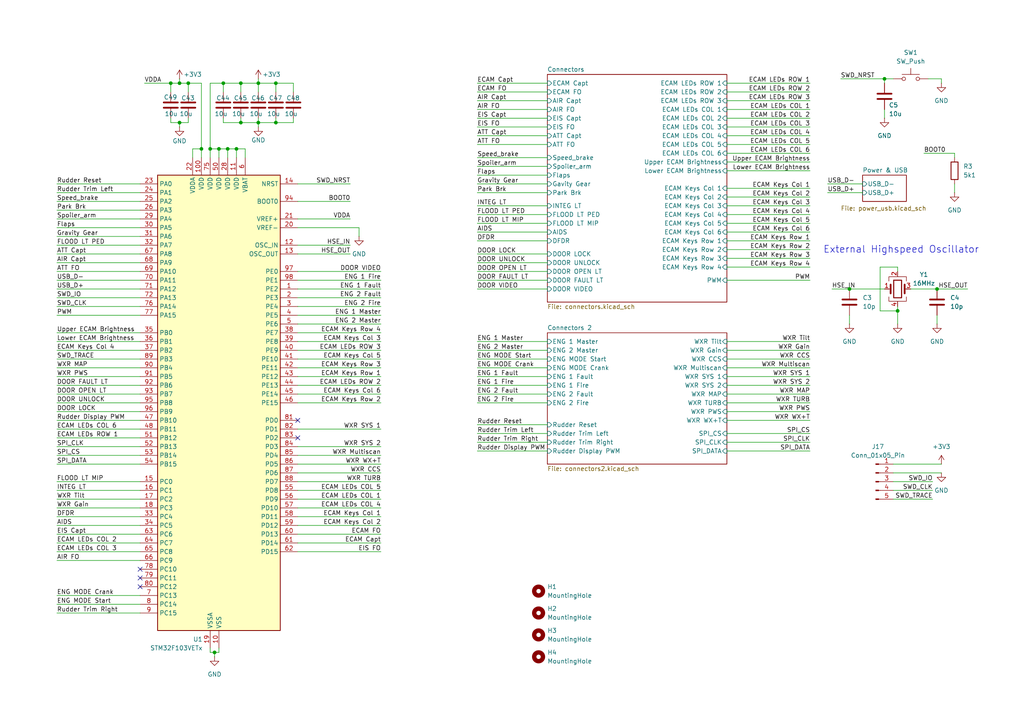
<source format=kicad_sch>
(kicad_sch
	(version 20231120)
	(generator "eeschema")
	(generator_version "8.0")
	(uuid "a2f8714b-93e7-42e9-99f5-bed65093f325")
	(paper "A4")
	
	(junction
		(at 74.93 24.13)
		(diameter 0)
		(color 0 0 0 0)
		(uuid "02100f85-856a-48ce-b962-2be45c793db3")
	)
	(junction
		(at 80.01 24.13)
		(diameter 0)
		(color 0 0 0 0)
		(uuid "0b0e94eb-5f67-4329-bb96-22ea1eedfbee")
	)
	(junction
		(at 64.77 24.13)
		(diameter 0)
		(color 0 0 0 0)
		(uuid "113c309e-dd2c-47d4-aca6-7bb5cb5facc5")
	)
	(junction
		(at 69.85 35.56)
		(diameter 0)
		(color 0 0 0 0)
		(uuid "3aaccc2b-49c0-45da-966f-a6baf0322eec")
	)
	(junction
		(at 69.85 24.13)
		(diameter 0)
		(color 0 0 0 0)
		(uuid "48075a89-e780-4926-8f1a-b06eb50cac4e")
	)
	(junction
		(at 52.07 24.13)
		(diameter 0)
		(color 0 0 0 0)
		(uuid "517d0dfd-7c7b-4271-846a-71606b256dcc")
	)
	(junction
		(at 246.38 83.82)
		(diameter 0)
		(color 0 0 0 0)
		(uuid "685a5e6e-1f10-41df-985a-2b09a09d6725")
	)
	(junction
		(at 62.23 189.23)
		(diameter 0)
		(color 0 0 0 0)
		(uuid "7cc979ae-9457-48c6-9795-42647992b95c")
	)
	(junction
		(at 66.04 43.18)
		(diameter 0)
		(color 0 0 0 0)
		(uuid "8fd8c10c-bd70-472b-a173-f58dc941e48b")
	)
	(junction
		(at 74.93 35.56)
		(diameter 0)
		(color 0 0 0 0)
		(uuid "9024290b-4777-43c1-8d22-c3e127eb3f81")
	)
	(junction
		(at 68.58 43.18)
		(diameter 0)
		(color 0 0 0 0)
		(uuid "979d86cb-4272-4f96-8ef4-f6c75a29ec38")
	)
	(junction
		(at 52.07 35.56)
		(diameter 0)
		(color 0 0 0 0)
		(uuid "9f46b796-5038-429a-a1eb-113b7662b599")
	)
	(junction
		(at 63.5 43.18)
		(diameter 0)
		(color 0 0 0 0)
		(uuid "b5160d37-6e22-4367-8fce-8570e365b6a8")
	)
	(junction
		(at 49.53 24.13)
		(diameter 0)
		(color 0 0 0 0)
		(uuid "b7e0220f-b735-4d1c-bb0a-89894e37ae92")
	)
	(junction
		(at 58.42 43.18)
		(diameter 0)
		(color 0 0 0 0)
		(uuid "ca8ee252-5d9e-40db-b5cf-ebf3a049cd18")
	)
	(junction
		(at 271.78 83.82)
		(diameter 0)
		(color 0 0 0 0)
		(uuid "d6a0d813-5bed-496f-9574-88e9a1542382")
	)
	(junction
		(at 60.96 43.18)
		(diameter 0)
		(color 0 0 0 0)
		(uuid "d759d003-6a24-4f52-87fe-d4bb22646402")
	)
	(junction
		(at 260.35 90.17)
		(diameter 0)
		(color 0 0 0 0)
		(uuid "d8c1dbc1-6e7f-42a4-8bd9-1d701e52d03e")
	)
	(junction
		(at 256.54 22.86)
		(diameter 0)
		(color 0 0 0 0)
		(uuid "d94d4b74-0003-46da-8192-3b8d9b7dc176")
	)
	(junction
		(at 54.61 24.13)
		(diameter 0)
		(color 0 0 0 0)
		(uuid "db0e8a74-17ad-4d21-83cc-0fb663e8980c")
	)
	(junction
		(at 80.01 35.56)
		(diameter 0)
		(color 0 0 0 0)
		(uuid "ef97ef04-6a91-4d97-adcc-9aaa42b864c7")
	)
	(no_connect
		(at 40.64 167.64)
		(uuid "0f7bd01d-1e67-4e7c-94f0-d88e16c1a115")
	)
	(no_connect
		(at 40.64 170.18)
		(uuid "23792b0b-2a93-4676-bb85-98182f89cfdf")
	)
	(no_connect
		(at 86.36 127)
		(uuid "8f90389a-30c5-4537-abff-6fda50e24a2f")
	)
	(no_connect
		(at 86.36 121.92)
		(uuid "d8a4560c-da3e-416c-a061-68e9cc3f6b4c")
	)
	(no_connect
		(at 40.64 165.1)
		(uuid "f1351509-ab33-48d2-8389-033f7157d785")
	)
	(wire
		(pts
			(xy 110.49 154.94) (xy 86.36 154.94)
		)
		(stroke
			(width 0)
			(type default)
		)
		(uuid "001bbfbf-dccb-4281-9dc0-3777c5ec4799")
	)
	(wire
		(pts
			(xy 138.43 48.26) (xy 158.75 48.26)
		)
		(stroke
			(width 0)
			(type default)
		)
		(uuid "0131f74e-3361-49a1-a50c-4170825a9264")
	)
	(wire
		(pts
			(xy 16.51 142.24) (xy 40.64 142.24)
		)
		(stroke
			(width 0)
			(type default)
		)
		(uuid "01c8e0b1-b51e-449c-897e-5794af41a8f9")
	)
	(wire
		(pts
			(xy 138.43 101.6) (xy 158.75 101.6)
		)
		(stroke
			(width 0)
			(type default)
		)
		(uuid "02dea9cc-7cb8-4453-9429-831ce0f32302")
	)
	(wire
		(pts
			(xy 16.51 116.84) (xy 40.64 116.84)
		)
		(stroke
			(width 0)
			(type default)
		)
		(uuid "05f2c203-949e-48ba-b670-e72a5cf66737")
	)
	(wire
		(pts
			(xy 270.51 139.7) (xy 259.08 139.7)
		)
		(stroke
			(width 0)
			(type default)
		)
		(uuid "05f60a2c-0fe4-4421-b305-0b356b1f6fac")
	)
	(wire
		(pts
			(xy 80.01 24.13) (xy 85.09 24.13)
		)
		(stroke
			(width 0)
			(type default)
		)
		(uuid "0627e257-bf6f-4b2b-98fb-b2acc5ca9e35")
	)
	(wire
		(pts
			(xy 138.43 26.67) (xy 158.75 26.67)
		)
		(stroke
			(width 0)
			(type default)
		)
		(uuid "06e4ac58-da87-4321-96bd-56e2d04335ad")
	)
	(wire
		(pts
			(xy 138.43 109.22) (xy 158.75 109.22)
		)
		(stroke
			(width 0)
			(type default)
		)
		(uuid "087e05cf-bd54-41d9-b31e-a95f4993789e")
	)
	(wire
		(pts
			(xy 210.82 109.22) (xy 234.95 109.22)
		)
		(stroke
			(width 0)
			(type default)
		)
		(uuid "09dfae23-7408-4c28-a09c-c770a34d5f36")
	)
	(wire
		(pts
			(xy 16.51 99.06) (xy 40.64 99.06)
		)
		(stroke
			(width 0)
			(type default)
		)
		(uuid "0ad34604-7a30-4ad5-bc4b-3b514f32ab99")
	)
	(wire
		(pts
			(xy 243.84 22.86) (xy 256.54 22.86)
		)
		(stroke
			(width 0)
			(type default)
		)
		(uuid "0b5b5984-b16b-4de2-aa49-b8814ff303cf")
	)
	(wire
		(pts
			(xy 86.36 63.5) (xy 101.6 63.5)
		)
		(stroke
			(width 0)
			(type default)
		)
		(uuid "0b65e8f6-9e52-443d-a4ae-a87efc09d267")
	)
	(wire
		(pts
			(xy 260.35 88.9) (xy 260.35 90.17)
		)
		(stroke
			(width 0)
			(type default)
		)
		(uuid "0bf6e9ba-8e49-4414-bf9e-597963fc9fef")
	)
	(wire
		(pts
			(xy 49.53 34.29) (xy 49.53 35.56)
		)
		(stroke
			(width 0)
			(type default)
		)
		(uuid "0d4525f4-e6ab-46fc-9887-b0fad9b78e5a")
	)
	(wire
		(pts
			(xy 138.43 29.21) (xy 158.75 29.21)
		)
		(stroke
			(width 0)
			(type default)
		)
		(uuid "0ffca54a-c41a-452c-8c22-c2d8cab1bf90")
	)
	(wire
		(pts
			(xy 260.35 78.74) (xy 260.35 77.47)
		)
		(stroke
			(width 0)
			(type default)
		)
		(uuid "120d9d90-73e7-4454-a91c-32cf7b64d838")
	)
	(wire
		(pts
			(xy 16.51 83.82) (xy 40.64 83.82)
		)
		(stroke
			(width 0)
			(type default)
		)
		(uuid "12627568-bfd1-423c-b6ba-fe6303d6fba6")
	)
	(wire
		(pts
			(xy 86.36 101.6) (xy 110.49 101.6)
		)
		(stroke
			(width 0)
			(type default)
		)
		(uuid "164558d9-ae71-4132-a33b-5be76b0b2d65")
	)
	(wire
		(pts
			(xy 16.51 177.8) (xy 40.64 177.8)
		)
		(stroke
			(width 0)
			(type default)
		)
		(uuid "17b476d5-7f23-4211-b43a-6fd8b9c2532e")
	)
	(wire
		(pts
			(xy 16.51 91.44) (xy 40.64 91.44)
		)
		(stroke
			(width 0)
			(type default)
		)
		(uuid "19d8c93d-3af8-41a4-912a-80146fb9895c")
	)
	(wire
		(pts
			(xy 267.97 44.45) (xy 276.86 44.45)
		)
		(stroke
			(width 0)
			(type default)
		)
		(uuid "1b5a57e5-1827-4f40-b088-950a9d13c9df")
	)
	(wire
		(pts
			(xy 86.36 73.66) (xy 101.6 73.66)
		)
		(stroke
			(width 0)
			(type default)
		)
		(uuid "1bd41ee4-3f6a-4809-b468-273fc430ef72")
	)
	(wire
		(pts
			(xy 86.36 99.06) (xy 110.49 99.06)
		)
		(stroke
			(width 0)
			(type default)
		)
		(uuid "1c0d1232-bcf2-46aa-9e71-a1959f3097d1")
	)
	(wire
		(pts
			(xy 60.96 45.72) (xy 60.96 43.18)
		)
		(stroke
			(width 0)
			(type default)
		)
		(uuid "1cb35b95-4bbf-44a6-9ba5-6e38f6e270fd")
	)
	(wire
		(pts
			(xy 86.36 104.14) (xy 110.49 104.14)
		)
		(stroke
			(width 0)
			(type default)
		)
		(uuid "1e54c8c5-685e-4ec7-8c38-8e18110ecb50")
	)
	(wire
		(pts
			(xy 138.43 99.06) (xy 158.75 99.06)
		)
		(stroke
			(width 0)
			(type default)
		)
		(uuid "20cfdc02-afb0-4256-ad11-faf3ecd3dc86")
	)
	(wire
		(pts
			(xy 210.82 72.39) (xy 234.95 72.39)
		)
		(stroke
			(width 0)
			(type default)
		)
		(uuid "2125ee30-86bc-4b67-b046-124943757dc0")
	)
	(wire
		(pts
			(xy 55.88 43.18) (xy 58.42 43.18)
		)
		(stroke
			(width 0)
			(type default)
		)
		(uuid "21c86e81-3d7c-4fa9-88ad-acfa62e4d501")
	)
	(wire
		(pts
			(xy 66.04 43.18) (xy 66.04 45.72)
		)
		(stroke
			(width 0)
			(type default)
		)
		(uuid "21cfa4cd-bc7f-4c4d-b765-557f7ea216c6")
	)
	(wire
		(pts
			(xy 71.12 45.72) (xy 71.12 43.18)
		)
		(stroke
			(width 0)
			(type default)
		)
		(uuid "22e90b0d-8e18-4d92-a4ee-64d09dc9acf9")
	)
	(wire
		(pts
			(xy 80.01 24.13) (xy 80.01 26.67)
		)
		(stroke
			(width 0)
			(type default)
		)
		(uuid "24f23c31-fdf5-4061-ac18-bad88aa1dd6f")
	)
	(wire
		(pts
			(xy 138.43 41.91) (xy 158.75 41.91)
		)
		(stroke
			(width 0)
			(type default)
		)
		(uuid "255b829c-07ca-40ab-8cef-57ccdeef12ba")
	)
	(wire
		(pts
			(xy 16.51 78.74) (xy 40.64 78.74)
		)
		(stroke
			(width 0)
			(type default)
		)
		(uuid "256d4b2c-728c-459a-9f00-8f66e0c2c470")
	)
	(wire
		(pts
			(xy 210.82 39.37) (xy 234.95 39.37)
		)
		(stroke
			(width 0)
			(type default)
		)
		(uuid "2621cdc0-996c-473c-94db-ccf051b95728")
	)
	(wire
		(pts
			(xy 138.43 78.74) (xy 158.75 78.74)
		)
		(stroke
			(width 0)
			(type default)
		)
		(uuid "265fb3bb-5e7c-4858-9f29-5fc202a6b4e9")
	)
	(wire
		(pts
			(xy 60.96 24.13) (xy 64.77 24.13)
		)
		(stroke
			(width 0)
			(type default)
		)
		(uuid "26d4a8c4-8195-4b55-95b9-4a1cbe97da09")
	)
	(wire
		(pts
			(xy 58.42 43.18) (xy 58.42 45.72)
		)
		(stroke
			(width 0)
			(type default)
		)
		(uuid "26dfde36-ef94-4224-97cd-7f0e9b7cfe78")
	)
	(wire
		(pts
			(xy 86.36 134.62) (xy 110.49 134.62)
		)
		(stroke
			(width 0)
			(type default)
		)
		(uuid "27062fa1-a3db-4f37-886b-31dbed1e14a7")
	)
	(wire
		(pts
			(xy 256.54 22.86) (xy 259.08 22.86)
		)
		(stroke
			(width 0)
			(type default)
		)
		(uuid "2723c711-c470-4e61-b730-00c473fe1f5d")
	)
	(wire
		(pts
			(xy 86.36 114.3) (xy 110.49 114.3)
		)
		(stroke
			(width 0)
			(type default)
		)
		(uuid "27dddd87-2284-4d9b-a5b4-6d6e1438b972")
	)
	(wire
		(pts
			(xy 138.43 59.69) (xy 158.75 59.69)
		)
		(stroke
			(width 0)
			(type default)
		)
		(uuid "285cfd05-23bf-4d13-8a0e-1d3fcd0d8555")
	)
	(wire
		(pts
			(xy 85.09 24.13) (xy 85.09 26.67)
		)
		(stroke
			(width 0)
			(type default)
		)
		(uuid "2887d2db-6519-4357-a994-784aa52d8cd1")
	)
	(wire
		(pts
			(xy 138.43 24.13) (xy 158.75 24.13)
		)
		(stroke
			(width 0)
			(type default)
		)
		(uuid "28dc8465-c460-407a-ac64-e2381692dc0a")
	)
	(wire
		(pts
			(xy 210.82 81.28) (xy 234.95 81.28)
		)
		(stroke
			(width 0)
			(type default)
		)
		(uuid "29e0edfa-1947-4432-8bda-a6ccd576e53e")
	)
	(wire
		(pts
			(xy 54.61 34.29) (xy 54.61 35.56)
		)
		(stroke
			(width 0)
			(type default)
		)
		(uuid "2a4dfc0e-8cf2-4c17-865e-dbaabe4335b9")
	)
	(wire
		(pts
			(xy 40.64 109.22) (xy 16.51 109.22)
		)
		(stroke
			(width 0)
			(type default)
		)
		(uuid "2a4f10aa-c204-4752-835a-e80a9f169f27")
	)
	(wire
		(pts
			(xy 86.36 111.76) (xy 110.49 111.76)
		)
		(stroke
			(width 0)
			(type default)
		)
		(uuid "2a645379-95bd-4ee5-8d29-afb0ce0c5baa")
	)
	(wire
		(pts
			(xy 210.82 41.91) (xy 234.95 41.91)
		)
		(stroke
			(width 0)
			(type default)
		)
		(uuid "2a726687-41fc-4e00-84c3-85143a26f851")
	)
	(wire
		(pts
			(xy 16.51 73.66) (xy 40.64 73.66)
		)
		(stroke
			(width 0)
			(type default)
		)
		(uuid "2d0087d9-ab2b-4314-a059-7970c55d448a")
	)
	(wire
		(pts
			(xy 68.58 43.18) (xy 68.58 45.72)
		)
		(stroke
			(width 0)
			(type default)
		)
		(uuid "300f1f9d-41e7-470d-8807-281872f09616")
	)
	(wire
		(pts
			(xy 210.82 99.06) (xy 234.95 99.06)
		)
		(stroke
			(width 0)
			(type default)
		)
		(uuid "308dd822-3255-4480-b26b-dde18b338d65")
	)
	(wire
		(pts
			(xy 138.43 55.88) (xy 158.75 55.88)
		)
		(stroke
			(width 0)
			(type default)
		)
		(uuid "3140c39c-d489-4b1d-9c0b-b08b3cafa1ac")
	)
	(wire
		(pts
			(xy 74.93 24.13) (xy 80.01 24.13)
		)
		(stroke
			(width 0)
			(type default)
		)
		(uuid "31642cf2-387c-4f31-bcff-a27ff3e892ce")
	)
	(wire
		(pts
			(xy 210.82 49.53) (xy 234.95 49.53)
		)
		(stroke
			(width 0)
			(type default)
		)
		(uuid "34496ed3-385d-4fe7-8d44-93c1206a64bc")
	)
	(wire
		(pts
			(xy 16.51 104.14) (xy 40.64 104.14)
		)
		(stroke
			(width 0)
			(type default)
		)
		(uuid "359ff6d0-b9ce-4238-a1e4-9873686932ce")
	)
	(wire
		(pts
			(xy 68.58 43.18) (xy 71.12 43.18)
		)
		(stroke
			(width 0)
			(type default)
		)
		(uuid "363dafd1-7ccb-4084-8de9-6d0b71821cf3")
	)
	(wire
		(pts
			(xy 60.96 187.96) (xy 60.96 189.23)
		)
		(stroke
			(width 0)
			(type default)
		)
		(uuid "367be2da-0a6f-45d3-b498-13d132ecad68")
	)
	(wire
		(pts
			(xy 58.42 24.13) (xy 54.61 24.13)
		)
		(stroke
			(width 0)
			(type default)
		)
		(uuid "367c3600-0db3-40ae-9423-f5ab79d99cad")
	)
	(wire
		(pts
			(xy 138.43 123.19) (xy 158.75 123.19)
		)
		(stroke
			(width 0)
			(type default)
		)
		(uuid "3736cc35-1c62-4ece-abd2-47e23d275cb6")
	)
	(wire
		(pts
			(xy 52.07 35.56) (xy 54.61 35.56)
		)
		(stroke
			(width 0)
			(type default)
		)
		(uuid "374dcbda-41a4-4861-8961-22215848e5b0")
	)
	(wire
		(pts
			(xy 210.82 125.73) (xy 234.95 125.73)
		)
		(stroke
			(width 0)
			(type default)
		)
		(uuid "38d9d435-40ca-499f-bc31-378a5af8746f")
	)
	(wire
		(pts
			(xy 273.05 24.13) (xy 273.05 22.86)
		)
		(stroke
			(width 0)
			(type default)
		)
		(uuid "3a9da508-cca8-47ed-8ddf-c1ee56bc505a")
	)
	(wire
		(pts
			(xy 16.51 121.92) (xy 40.64 121.92)
		)
		(stroke
			(width 0)
			(type default)
		)
		(uuid "3b4a0201-90af-4044-a5db-af38a88db4d6")
	)
	(wire
		(pts
			(xy 138.43 62.23) (xy 158.75 62.23)
		)
		(stroke
			(width 0)
			(type default)
		)
		(uuid "3bb822e6-ac5c-44e8-87b8-681aa2dd9c82")
	)
	(wire
		(pts
			(xy 210.82 44.45) (xy 234.95 44.45)
		)
		(stroke
			(width 0)
			(type default)
		)
		(uuid "3ca72847-6011-4f2d-8816-ab2e48857dee")
	)
	(wire
		(pts
			(xy 110.49 157.48) (xy 86.36 157.48)
		)
		(stroke
			(width 0)
			(type default)
		)
		(uuid "3ebba16f-eda5-4354-86cc-5632823e7524")
	)
	(wire
		(pts
			(xy 264.16 83.82) (xy 271.78 83.82)
		)
		(stroke
			(width 0)
			(type default)
		)
		(uuid "3ef28f87-34c1-4c71-a386-53affa023f83")
	)
	(wire
		(pts
			(xy 210.82 106.68) (xy 234.95 106.68)
		)
		(stroke
			(width 0)
			(type default)
		)
		(uuid "3f6f8ef2-294a-4a5d-b790-950938e1f19b")
	)
	(wire
		(pts
			(xy 86.36 144.78) (xy 110.49 144.78)
		)
		(stroke
			(width 0)
			(type default)
		)
		(uuid "42a0dda4-c231-4f30-b402-5580593fad50")
	)
	(wire
		(pts
			(xy 16.51 66.04) (xy 40.64 66.04)
		)
		(stroke
			(width 0)
			(type default)
		)
		(uuid "42ae54a0-ce46-4c98-9c4d-df309c343779")
	)
	(wire
		(pts
			(xy 138.43 34.29) (xy 158.75 34.29)
		)
		(stroke
			(width 0)
			(type default)
		)
		(uuid "42f9f26d-e9a6-45a0-9613-2781e9fa568b")
	)
	(wire
		(pts
			(xy 259.08 137.16) (xy 273.05 137.16)
		)
		(stroke
			(width 0)
			(type default)
		)
		(uuid "4482626c-3aa2-48cc-aa7a-89d2fa525762")
	)
	(wire
		(pts
			(xy 86.36 152.4) (xy 110.49 152.4)
		)
		(stroke
			(width 0)
			(type default)
		)
		(uuid "4637e502-fb37-4cbb-837e-91561b6b9e06")
	)
	(wire
		(pts
			(xy 210.82 54.61) (xy 234.95 54.61)
		)
		(stroke
			(width 0)
			(type default)
		)
		(uuid "46cd01b4-4dc9-44ba-98d4-e624302079ab")
	)
	(wire
		(pts
			(xy 52.07 22.86) (xy 52.07 24.13)
		)
		(stroke
			(width 0)
			(type default)
		)
		(uuid "46f101ce-3b86-4532-9946-46f77a1e0dc2")
	)
	(wire
		(pts
			(xy 255.27 90.17) (xy 260.35 90.17)
		)
		(stroke
			(width 0)
			(type default)
		)
		(uuid "473a3d04-a5f0-40fe-9ac5-5a39556bcc47")
	)
	(wire
		(pts
			(xy 210.82 101.6) (xy 234.95 101.6)
		)
		(stroke
			(width 0)
			(type default)
		)
		(uuid "486db6d4-135c-47cc-8542-04aad020e5b7")
	)
	(wire
		(pts
			(xy 60.96 43.18) (xy 60.96 24.13)
		)
		(stroke
			(width 0)
			(type default)
		)
		(uuid "4b0a7ff4-c716-4130-b2c6-643a24ab99ad")
	)
	(wire
		(pts
			(xy 110.49 88.9) (xy 86.36 88.9)
		)
		(stroke
			(width 0)
			(type default)
		)
		(uuid "4b81ddca-542d-408f-92d1-eb67b6287a6c")
	)
	(wire
		(pts
			(xy 69.85 24.13) (xy 74.93 24.13)
		)
		(stroke
			(width 0)
			(type default)
		)
		(uuid "4dd351fb-1005-47f8-b7a6-93bf5f6c9b65")
	)
	(wire
		(pts
			(xy 210.82 128.27) (xy 234.95 128.27)
		)
		(stroke
			(width 0)
			(type default)
		)
		(uuid "4e3b8683-2d36-4878-a05a-d3d5c1b3c6c7")
	)
	(wire
		(pts
			(xy 86.36 71.12) (xy 101.6 71.12)
		)
		(stroke
			(width 0)
			(type default)
		)
		(uuid "4e8db27a-25f7-4cfc-af2a-46116dff3db3")
	)
	(wire
		(pts
			(xy 74.93 35.56) (xy 74.93 36.83)
		)
		(stroke
			(width 0)
			(type default)
		)
		(uuid "4e9d6e19-32c5-4835-a54a-063aaca8e061")
	)
	(wire
		(pts
			(xy 210.82 74.93) (xy 234.95 74.93)
		)
		(stroke
			(width 0)
			(type default)
		)
		(uuid "4eed5718-97f8-4934-9d13-016c4e182cd9")
	)
	(wire
		(pts
			(xy 240.03 53.34) (xy 250.19 53.34)
		)
		(stroke
			(width 0)
			(type default)
		)
		(uuid "4f230e68-739c-4ff8-b9ac-a4ab883d386a")
	)
	(wire
		(pts
			(xy 110.49 81.28) (xy 86.36 81.28)
		)
		(stroke
			(width 0)
			(type default)
		)
		(uuid "4f2327d6-353c-4334-b58f-0e62a3d9a9f4")
	)
	(wire
		(pts
			(xy 210.82 29.21) (xy 234.95 29.21)
		)
		(stroke
			(width 0)
			(type default)
		)
		(uuid "510a4ccf-d24c-47b1-aef8-4121fd286dfa")
	)
	(wire
		(pts
			(xy 210.82 116.84) (xy 234.95 116.84)
		)
		(stroke
			(width 0)
			(type default)
		)
		(uuid "52019f7e-161b-4993-b6d6-b6cd08b78bb2")
	)
	(wire
		(pts
			(xy 138.43 116.84) (xy 158.75 116.84)
		)
		(stroke
			(width 0)
			(type default)
		)
		(uuid "52268c0f-88e8-4856-9461-80048ababb2b")
	)
	(wire
		(pts
			(xy 16.51 63.5) (xy 40.64 63.5)
		)
		(stroke
			(width 0)
			(type default)
		)
		(uuid "52ebda6d-f083-442b-a93b-24d4cc8b3a25")
	)
	(wire
		(pts
			(xy 40.64 127) (xy 16.51 127)
		)
		(stroke
			(width 0)
			(type default)
		)
		(uuid "5301b832-51b2-43f8-ac5d-eb1c022bed7c")
	)
	(wire
		(pts
			(xy 86.36 147.32) (xy 110.49 147.32)
		)
		(stroke
			(width 0)
			(type default)
		)
		(uuid "54472c7d-24fa-4ddf-bd8c-6b0d6fa40296")
	)
	(wire
		(pts
			(xy 86.36 91.44) (xy 110.49 91.44)
		)
		(stroke
			(width 0)
			(type default)
		)
		(uuid "5482caf9-777d-4676-b316-c4dd3e18742c")
	)
	(wire
		(pts
			(xy 60.96 43.18) (xy 63.5 43.18)
		)
		(stroke
			(width 0)
			(type default)
		)
		(uuid "556b3697-8ebc-4742-9bfd-c40d91fad47b")
	)
	(wire
		(pts
			(xy 138.43 50.8) (xy 158.75 50.8)
		)
		(stroke
			(width 0)
			(type default)
		)
		(uuid "55cdc26e-7519-45d7-98ac-c4b08d8bed3a")
	)
	(wire
		(pts
			(xy 138.43 64.77) (xy 158.75 64.77)
		)
		(stroke
			(width 0)
			(type default)
		)
		(uuid "55d27e61-2f63-4fdb-99dd-6086f7ec7797")
	)
	(wire
		(pts
			(xy 104.14 66.04) (xy 86.36 66.04)
		)
		(stroke
			(width 0)
			(type default)
		)
		(uuid "57e71b3a-f6a7-4785-8e0a-9ba7041fa0b6")
	)
	(wire
		(pts
			(xy 138.43 31.75) (xy 158.75 31.75)
		)
		(stroke
			(width 0)
			(type default)
		)
		(uuid "58cc7d5a-5f28-4b65-a20f-a6aa57b1ec85")
	)
	(wire
		(pts
			(xy 256.54 22.86) (xy 256.54 24.13)
		)
		(stroke
			(width 0)
			(type default)
		)
		(uuid "58dd87fb-898a-4085-b8af-f782addc34da")
	)
	(wire
		(pts
			(xy 62.23 189.23) (xy 63.5 189.23)
		)
		(stroke
			(width 0)
			(type default)
		)
		(uuid "59ba5b7e-14bf-4c2a-abcf-09c06974c49f")
	)
	(wire
		(pts
			(xy 64.77 35.56) (xy 69.85 35.56)
		)
		(stroke
			(width 0)
			(type default)
		)
		(uuid "5d573163-bb5b-4bce-85ca-5a36e12bb487")
	)
	(wire
		(pts
			(xy 210.82 67.31) (xy 234.95 67.31)
		)
		(stroke
			(width 0)
			(type default)
		)
		(uuid "5ebc295a-2580-4047-989f-b52f3e3b0b63")
	)
	(wire
		(pts
			(xy 16.51 175.26) (xy 40.64 175.26)
		)
		(stroke
			(width 0)
			(type default)
		)
		(uuid "6158a996-ed7f-4b06-af20-10d4c749c2f9")
	)
	(wire
		(pts
			(xy 74.93 34.29) (xy 74.93 35.56)
		)
		(stroke
			(width 0)
			(type default)
		)
		(uuid "61852669-eb26-4f43-b366-ee0df9558b2c")
	)
	(wire
		(pts
			(xy 246.38 91.44) (xy 246.38 93.98)
		)
		(stroke
			(width 0)
			(type default)
		)
		(uuid "6273be57-dfb4-4eb6-b357-a1d658d993cc")
	)
	(wire
		(pts
			(xy 276.86 44.45) (xy 276.86 45.72)
		)
		(stroke
			(width 0)
			(type default)
		)
		(uuid "6293c961-4590-4515-bbd8-79a373679075")
	)
	(wire
		(pts
			(xy 138.43 128.27) (xy 158.75 128.27)
		)
		(stroke
			(width 0)
			(type default)
		)
		(uuid "63c04df9-573b-4c71-8178-e93f90cdd028")
	)
	(wire
		(pts
			(xy 16.51 68.58) (xy 40.64 68.58)
		)
		(stroke
			(width 0)
			(type default)
		)
		(uuid "6456b186-451a-4281-ac35-34fd60a55a3f")
	)
	(wire
		(pts
			(xy 86.36 116.84) (xy 110.49 116.84)
		)
		(stroke
			(width 0)
			(type default)
		)
		(uuid "66e00300-7561-4a7e-bb05-c211fd5aeb26")
	)
	(wire
		(pts
			(xy 86.36 129.54) (xy 110.49 129.54)
		)
		(stroke
			(width 0)
			(type default)
		)
		(uuid "66f6a4f2-a135-47cf-95d2-e14cef920a68")
	)
	(wire
		(pts
			(xy 80.01 35.56) (xy 85.09 35.56)
		)
		(stroke
			(width 0)
			(type default)
		)
		(uuid "671322a2-c9d4-47f0-b383-a9492d7ba81b")
	)
	(wire
		(pts
			(xy 54.61 24.13) (xy 54.61 26.67)
		)
		(stroke
			(width 0)
			(type default)
		)
		(uuid "6744d61a-039f-43ec-919a-9cbcbaad97f8")
	)
	(wire
		(pts
			(xy 85.09 35.56) (xy 85.09 34.29)
		)
		(stroke
			(width 0)
			(type default)
		)
		(uuid "67850c92-1239-489e-a826-aaa6b5cf1931")
	)
	(wire
		(pts
			(xy 60.96 189.23) (xy 62.23 189.23)
		)
		(stroke
			(width 0)
			(type default)
		)
		(uuid "6ade1098-eb37-42f5-b402-bfbce7704992")
	)
	(wire
		(pts
			(xy 276.86 53.34) (xy 276.86 55.88)
		)
		(stroke
			(width 0)
			(type default)
		)
		(uuid "6b5cb127-8e9a-4cd3-9413-725ed4f2b712")
	)
	(wire
		(pts
			(xy 69.85 34.29) (xy 69.85 35.56)
		)
		(stroke
			(width 0)
			(type default)
		)
		(uuid "6ee40456-4a9a-4498-845b-2deeee1aa95f")
	)
	(wire
		(pts
			(xy 138.43 130.81) (xy 158.75 130.81)
		)
		(stroke
			(width 0)
			(type default)
		)
		(uuid "700a1b39-770c-4be0-a99b-4227f7a739f1")
	)
	(wire
		(pts
			(xy 86.36 106.68) (xy 110.49 106.68)
		)
		(stroke
			(width 0)
			(type default)
		)
		(uuid "7308bc8d-c641-4b91-b29c-84e0590b921b")
	)
	(wire
		(pts
			(xy 138.43 81.28) (xy 158.75 81.28)
		)
		(stroke
			(width 0)
			(type default)
		)
		(uuid "731f5e62-ba30-4d32-a425-5b274a78274f")
	)
	(wire
		(pts
			(xy 40.64 101.6) (xy 16.51 101.6)
		)
		(stroke
			(width 0)
			(type default)
		)
		(uuid "747a8d30-7a6f-4333-833a-02d94cbdead5")
	)
	(wire
		(pts
			(xy 255.27 77.47) (xy 255.27 90.17)
		)
		(stroke
			(width 0)
			(type default)
		)
		(uuid "75e8eae0-bc10-4992-85f8-7825d2049647")
	)
	(wire
		(pts
			(xy 62.23 189.23) (xy 62.23 190.5)
		)
		(stroke
			(width 0)
			(type default)
		)
		(uuid "76b78007-0a83-49fc-86e7-9f65d3069008")
	)
	(wire
		(pts
			(xy 16.51 134.62) (xy 40.64 134.62)
		)
		(stroke
			(width 0)
			(type default)
		)
		(uuid "7973376c-c4ce-4daa-9077-072576df1a07")
	)
	(wire
		(pts
			(xy 40.64 124.46) (xy 16.51 124.46)
		)
		(stroke
			(width 0)
			(type default)
		)
		(uuid "79b93baa-5416-4c07-a9e1-6441817c4acf")
	)
	(wire
		(pts
			(xy 210.82 59.69) (xy 234.95 59.69)
		)
		(stroke
			(width 0)
			(type default)
		)
		(uuid "7b7c6462-dc4d-4e53-84a3-5fbf3f5fa7c7")
	)
	(wire
		(pts
			(xy 256.54 31.75) (xy 256.54 34.29)
		)
		(stroke
			(width 0)
			(type default)
		)
		(uuid "7bfa3f53-7c8b-4692-aa52-9caa0d8b7319")
	)
	(wire
		(pts
			(xy 270.51 142.24) (xy 259.08 142.24)
		)
		(stroke
			(width 0)
			(type default)
		)
		(uuid "7c245a12-e85c-457a-bb4e-eec910b2b90e")
	)
	(wire
		(pts
			(xy 16.51 119.38) (xy 40.64 119.38)
		)
		(stroke
			(width 0)
			(type default)
		)
		(uuid "7f85278e-6a7a-4bb3-b994-7bc2ec2cc9a8")
	)
	(wire
		(pts
			(xy 210.82 57.15) (xy 234.95 57.15)
		)
		(stroke
			(width 0)
			(type default)
		)
		(uuid "80207a90-fb90-4bd2-a2d4-87491504d42f")
	)
	(wire
		(pts
			(xy 86.36 58.42) (xy 101.6 58.42)
		)
		(stroke
			(width 0)
			(type default)
		)
		(uuid "8049e6d3-cae7-4c6e-9b1e-c6b556043e3d")
	)
	(wire
		(pts
			(xy 52.07 24.13) (xy 54.61 24.13)
		)
		(stroke
			(width 0)
			(type default)
		)
		(uuid "832bf33e-c423-4b4a-8c8d-d6d6b399020c")
	)
	(wire
		(pts
			(xy 63.5 43.18) (xy 66.04 43.18)
		)
		(stroke
			(width 0)
			(type default)
		)
		(uuid "8392e8a1-a00e-433c-bb3e-9eb91ef5ed44")
	)
	(wire
		(pts
			(xy 40.64 157.48) (xy 16.51 157.48)
		)
		(stroke
			(width 0)
			(type default)
		)
		(uuid "83b99cb6-965f-4496-a5b9-9cc72921f340")
	)
	(wire
		(pts
			(xy 52.07 24.13) (xy 49.53 24.13)
		)
		(stroke
			(width 0)
			(type default)
		)
		(uuid "8408118c-0c9e-4712-8e17-7054b2d22699")
	)
	(wire
		(pts
			(xy 260.35 90.17) (xy 260.35 93.98)
		)
		(stroke
			(width 0)
			(type default)
		)
		(uuid "8420bef4-84ee-4e28-b8ff-00db00fa1a75")
	)
	(wire
		(pts
			(xy 210.82 46.99) (xy 234.95 46.99)
		)
		(stroke
			(width 0)
			(type default)
		)
		(uuid "85e2ed01-e535-4fba-a8f7-f377a8fa71fa")
	)
	(wire
		(pts
			(xy 246.38 83.82) (xy 256.54 83.82)
		)
		(stroke
			(width 0)
			(type default)
		)
		(uuid "874d5b92-22c7-42d2-aa99-66e16c42d081")
	)
	(wire
		(pts
			(xy 241.3 83.82) (xy 246.38 83.82)
		)
		(stroke
			(width 0)
			(type default)
		)
		(uuid "89402367-e03d-47ad-9580-b0971f957827")
	)
	(wire
		(pts
			(xy 74.93 22.86) (xy 74.93 24.13)
		)
		(stroke
			(width 0)
			(type default)
		)
		(uuid "89dcd29e-49a4-48a6-adbf-ad985327b3ee")
	)
	(wire
		(pts
			(xy 16.51 154.94) (xy 40.64 154.94)
		)
		(stroke
			(width 0)
			(type default)
		)
		(uuid "8e9bfa30-44c9-4318-abae-be3e89f626cb")
	)
	(wire
		(pts
			(xy 138.43 104.14) (xy 158.75 104.14)
		)
		(stroke
			(width 0)
			(type default)
		)
		(uuid "923a44b1-917d-450f-86ff-a08287842e42")
	)
	(wire
		(pts
			(xy 16.51 114.3) (xy 40.64 114.3)
		)
		(stroke
			(width 0)
			(type default)
		)
		(uuid "94a44211-a210-4ade-b24f-07fefb99e196")
	)
	(wire
		(pts
			(xy 110.49 160.02) (xy 86.36 160.02)
		)
		(stroke
			(width 0)
			(type default)
		)
		(uuid "959e3728-c588-4505-8e12-aff0800d1e40")
	)
	(wire
		(pts
			(xy 138.43 69.85) (xy 158.75 69.85)
		)
		(stroke
			(width 0)
			(type default)
		)
		(uuid "98408dcf-8697-4f40-81d4-7d21b2c27fc1")
	)
	(wire
		(pts
			(xy 52.07 35.56) (xy 49.53 35.56)
		)
		(stroke
			(width 0)
			(type default)
		)
		(uuid "988db9c3-bcfc-4d3f-9572-70039be1ba85")
	)
	(wire
		(pts
			(xy 110.49 93.98) (xy 86.36 93.98)
		)
		(stroke
			(width 0)
			(type default)
		)
		(uuid "9987fae6-1f74-4cdd-889c-4549cd0f5d51")
	)
	(wire
		(pts
			(xy 16.51 81.28) (xy 40.64 81.28)
		)
		(stroke
			(width 0)
			(type default)
		)
		(uuid "9ace1f58-6849-431e-9936-c2baa992d735")
	)
	(wire
		(pts
			(xy 16.51 132.08) (xy 40.64 132.08)
		)
		(stroke
			(width 0)
			(type default)
		)
		(uuid "9bc0d48e-8ba5-40c8-a70e-e1214c092ffc")
	)
	(wire
		(pts
			(xy 273.05 22.86) (xy 269.24 22.86)
		)
		(stroke
			(width 0)
			(type default)
		)
		(uuid "9cef2836-1676-4209-95be-92f3bf1c0bdb")
	)
	(wire
		(pts
			(xy 138.43 36.83) (xy 158.75 36.83)
		)
		(stroke
			(width 0)
			(type default)
		)
		(uuid "9f82b0e7-0ca3-4ea5-ad46-60c7068d28ff")
	)
	(wire
		(pts
			(xy 138.43 67.31) (xy 158.75 67.31)
		)
		(stroke
			(width 0)
			(type default)
		)
		(uuid "a10b62df-37b8-42ed-9ae2-70d3b5339893")
	)
	(wire
		(pts
			(xy 86.36 96.52) (xy 110.49 96.52)
		)
		(stroke
			(width 0)
			(type default)
		)
		(uuid "a1739b29-63dc-4612-837b-6837985793b2")
	)
	(wire
		(pts
			(xy 260.35 77.47) (xy 255.27 77.47)
		)
		(stroke
			(width 0)
			(type default)
		)
		(uuid "a238f926-f7e9-40c1-87d5-ad0f6a4e46cb")
	)
	(wire
		(pts
			(xy 16.51 58.42) (xy 40.64 58.42)
		)
		(stroke
			(width 0)
			(type default)
		)
		(uuid "a248933b-c933-4653-b218-148b95fc40ca")
	)
	(wire
		(pts
			(xy 210.82 64.77) (xy 234.95 64.77)
		)
		(stroke
			(width 0)
			(type default)
		)
		(uuid "a285e95f-9ab9-4a5a-9873-cfce14447e76")
	)
	(wire
		(pts
			(xy 52.07 35.56) (xy 52.07 36.83)
		)
		(stroke
			(width 0)
			(type default)
		)
		(uuid "a5ed30e8-7e00-4d67-ac63-23c689977c04")
	)
	(wire
		(pts
			(xy 64.77 34.29) (xy 64.77 35.56)
		)
		(stroke
			(width 0)
			(type default)
		)
		(uuid "a856d9ee-4f43-46f5-989b-8079a7a5dc9c")
	)
	(wire
		(pts
			(xy 86.36 124.46) (xy 110.49 124.46)
		)
		(stroke
			(width 0)
			(type default)
		)
		(uuid "aa07f283-7863-429e-8f91-73b2ce59cd9c")
	)
	(wire
		(pts
			(xy 40.64 106.68) (xy 16.51 106.68)
		)
		(stroke
			(width 0)
			(type default)
		)
		(uuid "aa8e4b74-a343-4c38-a24a-6c9f14bc54ec")
	)
	(wire
		(pts
			(xy 210.82 34.29) (xy 234.95 34.29)
		)
		(stroke
			(width 0)
			(type default)
		)
		(uuid "ab3eebdb-b69a-4d47-8cd1-e6d7b1e150ab")
	)
	(wire
		(pts
			(xy 110.49 83.82) (xy 86.36 83.82)
		)
		(stroke
			(width 0)
			(type default)
		)
		(uuid "ac83cd99-cc89-4ed6-ab5a-939d9675c496")
	)
	(wire
		(pts
			(xy 138.43 76.2) (xy 158.75 76.2)
		)
		(stroke
			(width 0)
			(type default)
		)
		(uuid "addb3805-89fb-418c-a5ec-f18a71928012")
	)
	(wire
		(pts
			(xy 138.43 83.82) (xy 158.75 83.82)
		)
		(stroke
			(width 0)
			(type default)
		)
		(uuid "ae32fe02-3aef-4fc0-9b8a-5fc772981b47")
	)
	(wire
		(pts
			(xy 271.78 91.44) (xy 271.78 93.98)
		)
		(stroke
			(width 0)
			(type default)
		)
		(uuid "ae8f1efa-4345-4061-bb43-3109d9ce80d0")
	)
	(wire
		(pts
			(xy 271.78 83.82) (xy 280.67 83.82)
		)
		(stroke
			(width 0)
			(type default)
		)
		(uuid "af5b6c17-5c9d-474e-8583-347680214054")
	)
	(wire
		(pts
			(xy 86.36 137.16) (xy 110.49 137.16)
		)
		(stroke
			(width 0)
			(type default)
		)
		(uuid "b30a2165-5e32-4f51-887a-4898d230faa7")
	)
	(wire
		(pts
			(xy 210.82 111.76) (xy 234.95 111.76)
		)
		(stroke
			(width 0)
			(type default)
		)
		(uuid "b3263b96-7957-4ad4-89f0-30220a6d3ec7")
	)
	(wire
		(pts
			(xy 210.82 31.75) (xy 234.95 31.75)
		)
		(stroke
			(width 0)
			(type default)
		)
		(uuid "b3275baf-9f8d-41bd-bffc-0d1b95d82eb1")
	)
	(wire
		(pts
			(xy 16.51 152.4) (xy 40.64 152.4)
		)
		(stroke
			(width 0)
			(type default)
		)
		(uuid "b45ccaa9-a910-4048-bf49-7513cc9cd420")
	)
	(wire
		(pts
			(xy 16.51 60.96) (xy 40.64 60.96)
		)
		(stroke
			(width 0)
			(type default)
		)
		(uuid "b478c869-93ae-475f-951a-95b846b57094")
	)
	(wire
		(pts
			(xy 74.93 24.13) (xy 74.93 26.67)
		)
		(stroke
			(width 0)
			(type default)
		)
		(uuid "b4e139c9-0757-4361-a4e0-4e1895b91ee8")
	)
	(wire
		(pts
			(xy 210.82 119.38) (xy 234.95 119.38)
		)
		(stroke
			(width 0)
			(type default)
		)
		(uuid "b6c4348a-b434-4f63-822b-de5294563428")
	)
	(wire
		(pts
			(xy 210.82 36.83) (xy 234.95 36.83)
		)
		(stroke
			(width 0)
			(type default)
		)
		(uuid "b6ce3a53-e8ba-4e28-beef-a9724b90417c")
	)
	(wire
		(pts
			(xy 16.51 53.34) (xy 40.64 53.34)
		)
		(stroke
			(width 0)
			(type default)
		)
		(uuid "b8a9852e-86c9-45a5-8d43-01145a0eae50")
	)
	(wire
		(pts
			(xy 138.43 73.66) (xy 158.75 73.66)
		)
		(stroke
			(width 0)
			(type default)
		)
		(uuid "b8edf27c-28ab-48e2-87b6-7e3daa9a336f")
	)
	(wire
		(pts
			(xy 41.91 24.13) (xy 49.53 24.13)
		)
		(stroke
			(width 0)
			(type default)
		)
		(uuid "b9caabd0-6516-4e3c-8903-25e33eeb83d8")
	)
	(wire
		(pts
			(xy 240.03 55.88) (xy 250.19 55.88)
		)
		(stroke
			(width 0)
			(type default)
		)
		(uuid "ba3d81b7-03b0-4a8e-8c0f-5d101f32d47b")
	)
	(wire
		(pts
			(xy 104.14 66.04) (xy 104.14 68.58)
		)
		(stroke
			(width 0)
			(type default)
		)
		(uuid "ba9ab1b7-fa25-48de-900a-5df6be13d86b")
	)
	(wire
		(pts
			(xy 80.01 34.29) (xy 80.01 35.56)
		)
		(stroke
			(width 0)
			(type default)
		)
		(uuid "bc7165ed-b29a-4cbf-a4b9-a791cf581dd2")
	)
	(wire
		(pts
			(xy 210.82 24.13) (xy 234.95 24.13)
		)
		(stroke
			(width 0)
			(type default)
		)
		(uuid "bdc63e98-9d86-435f-888d-ad12469b5c08")
	)
	(wire
		(pts
			(xy 49.53 24.13) (xy 49.53 26.67)
		)
		(stroke
			(width 0)
			(type default)
		)
		(uuid "bffeff2c-f0dd-4bbd-b07c-c62c5fbaa75a")
	)
	(wire
		(pts
			(xy 55.88 45.72) (xy 55.88 43.18)
		)
		(stroke
			(width 0)
			(type default)
		)
		(uuid "c1599cff-5659-46a8-adf5-101af2b567ae")
	)
	(wire
		(pts
			(xy 66.04 43.18) (xy 68.58 43.18)
		)
		(stroke
			(width 0)
			(type default)
		)
		(uuid "c38f61d2-9d57-47ea-bda8-5754068a9010")
	)
	(wire
		(pts
			(xy 138.43 114.3) (xy 158.75 114.3)
		)
		(stroke
			(width 0)
			(type default)
		)
		(uuid "c393a1e7-3bb5-4b4c-8a81-ffb865dae692")
	)
	(wire
		(pts
			(xy 16.51 86.36) (xy 40.64 86.36)
		)
		(stroke
			(width 0)
			(type default)
		)
		(uuid "c5bebac1-a4b0-4533-981d-e613781f699d")
	)
	(wire
		(pts
			(xy 210.82 130.81) (xy 234.95 130.81)
		)
		(stroke
			(width 0)
			(type default)
		)
		(uuid "c63f40fd-f449-4ba1-9ea5-2db715781e74")
	)
	(wire
		(pts
			(xy 16.51 71.12) (xy 40.64 71.12)
		)
		(stroke
			(width 0)
			(type default)
		)
		(uuid "c64f8b10-dd63-476a-9d56-c06b6b4e38ea")
	)
	(wire
		(pts
			(xy 138.43 111.76) (xy 158.75 111.76)
		)
		(stroke
			(width 0)
			(type default)
		)
		(uuid "c7af9891-d0d1-4b9a-9371-7b90a772e76f")
	)
	(wire
		(pts
			(xy 74.93 35.56) (xy 80.01 35.56)
		)
		(stroke
			(width 0)
			(type default)
		)
		(uuid "ca3a738c-c1de-48e1-8579-4eb9ef656a16")
	)
	(wire
		(pts
			(xy 138.43 53.34) (xy 158.75 53.34)
		)
		(stroke
			(width 0)
			(type default)
		)
		(uuid "ca52ca00-fe54-40e3-a210-27f71d112ad4")
	)
	(wire
		(pts
			(xy 86.36 149.86) (xy 110.49 149.86)
		)
		(stroke
			(width 0)
			(type default)
		)
		(uuid "cbccba43-f1ca-4b0f-aba4-3b58169ceb1a")
	)
	(wire
		(pts
			(xy 40.64 147.32) (xy 16.51 147.32)
		)
		(stroke
			(width 0)
			(type default)
		)
		(uuid "ce9ba877-2477-4402-a2c5-ab510f07de96")
	)
	(wire
		(pts
			(xy 63.5 187.96) (xy 63.5 189.23)
		)
		(stroke
			(width 0)
			(type default)
		)
		(uuid "d1e9f0d2-e99e-4b15-a26b-97bdfc7fe080")
	)
	(wire
		(pts
			(xy 16.51 129.54) (xy 40.64 129.54)
		)
		(stroke
			(width 0)
			(type default)
		)
		(uuid "d2c9720d-dd42-4495-bbcf-9d1288e48d6e")
	)
	(wire
		(pts
			(xy 16.51 139.7) (xy 40.64 139.7)
		)
		(stroke
			(width 0)
			(type default)
		)
		(uuid "d3a9701c-a371-4490-a5b3-39fcb2aac6d2")
	)
	(wire
		(pts
			(xy 64.77 24.13) (xy 69.85 24.13)
		)
		(stroke
			(width 0)
			(type default)
		)
		(uuid "d4aa1c2e-48a5-45de-bd20-4ee0f9cccc58")
	)
	(wire
		(pts
			(xy 210.82 77.47) (xy 234.95 77.47)
		)
		(stroke
			(width 0)
			(type default)
		)
		(uuid "d5f4ea85-12b0-4c82-980f-81209d4a2e55")
	)
	(wire
		(pts
			(xy 86.36 142.24) (xy 110.49 142.24)
		)
		(stroke
			(width 0)
			(type default)
		)
		(uuid "d5fdd3c8-f9df-4212-b859-e44cd60ae00a")
	)
	(wire
		(pts
			(xy 270.51 144.78) (xy 259.08 144.78)
		)
		(stroke
			(width 0)
			(type default)
		)
		(uuid "d7328748-9296-433d-a7bb-0f816f07e5ff")
	)
	(wire
		(pts
			(xy 210.82 69.85) (xy 234.95 69.85)
		)
		(stroke
			(width 0)
			(type default)
		)
		(uuid "d9e2dfbf-b620-4e7a-addc-ca8b62c9ced2")
	)
	(wire
		(pts
			(xy 58.42 24.13) (xy 58.42 43.18)
		)
		(stroke
			(width 0)
			(type default)
		)
		(uuid "dbbb618d-e27e-4613-88f1-4a19e43d13f4")
	)
	(wire
		(pts
			(xy 16.51 111.76) (xy 40.64 111.76)
		)
		(stroke
			(width 0)
			(type default)
		)
		(uuid "dc9fed25-89c2-48b1-ab4d-84b4a5be735c")
	)
	(wire
		(pts
			(xy 210.82 121.92) (xy 234.95 121.92)
		)
		(stroke
			(width 0)
			(type default)
		)
		(uuid "ddc4a089-e4c6-4392-97b7-9303d96f8ffc")
	)
	(wire
		(pts
			(xy 210.82 62.23) (xy 234.95 62.23)
		)
		(stroke
			(width 0)
			(type default)
		)
		(uuid "def0719f-81f4-489d-a2c7-dcb33b4c6461")
	)
	(wire
		(pts
			(xy 86.36 132.08) (xy 110.49 132.08)
		)
		(stroke
			(width 0)
			(type default)
		)
		(uuid "df3f18d3-c979-45d8-95f5-9ab175d06793")
	)
	(wire
		(pts
			(xy 138.43 45.72) (xy 158.75 45.72)
		)
		(stroke
			(width 0)
			(type default)
		)
		(uuid "e19e8155-c4f3-4acb-b8be-d6d800f08144")
	)
	(wire
		(pts
			(xy 40.64 96.52) (xy 16.51 96.52)
		)
		(stroke
			(width 0)
			(type default)
		)
		(uuid "e1f58ddd-29e1-4ad8-90f0-babd71fb1f4d")
	)
	(wire
		(pts
			(xy 16.51 55.88) (xy 40.64 55.88)
		)
		(stroke
			(width 0)
			(type default)
		)
		(uuid "e2612a3a-b81f-4337-9fc1-63ea2ea75ffa")
	)
	(wire
		(pts
			(xy 210.82 114.3) (xy 234.95 114.3)
		)
		(stroke
			(width 0)
			(type default)
		)
		(uuid "e3a5daaf-900e-47f3-8e59-b6231f2cf5cf")
	)
	(wire
		(pts
			(xy 16.51 76.2) (xy 40.64 76.2)
		)
		(stroke
			(width 0)
			(type default)
		)
		(uuid "e43b545b-4ee7-4a92-910b-1c7f2f2c3ed3")
	)
	(wire
		(pts
			(xy 110.49 86.36) (xy 86.36 86.36)
		)
		(stroke
			(width 0)
			(type default)
		)
		(uuid "e63b33ad-c8ca-4cc1-a66e-ae587f764745")
	)
	(wire
		(pts
			(xy 86.36 109.22) (xy 110.49 109.22)
		)
		(stroke
			(width 0)
			(type default)
		)
		(uuid "e6afe2f7-55e1-4aa6-aecc-367fde4cb3e5")
	)
	(wire
		(pts
			(xy 210.82 26.67) (xy 234.95 26.67)
		)
		(stroke
			(width 0)
			(type default)
		)
		(uuid "e776711f-e9f4-4d4e-8438-824e594d7209")
	)
	(wire
		(pts
			(xy 16.51 149.86) (xy 40.64 149.86)
		)
		(stroke
			(width 0)
			(type default)
		)
		(uuid "e8d34bda-f271-4c38-9197-365405429e4f")
	)
	(wire
		(pts
			(xy 138.43 125.73) (xy 158.75 125.73)
		)
		(stroke
			(width 0)
			(type default)
		)
		(uuid "e9941b00-c68a-4873-890f-c23ff4f345d9")
	)
	(wire
		(pts
			(xy 16.51 162.56) (xy 40.64 162.56)
		)
		(stroke
			(width 0)
			(type default)
		)
		(uuid "ea16800a-5dc4-4bdc-93fe-f22bc29f807d")
	)
	(wire
		(pts
			(xy 110.49 78.74) (xy 86.36 78.74)
		)
		(stroke
			(width 0)
			(type default)
		)
		(uuid "ea7379b4-6937-4024-a932-1023dc825e6d")
	)
	(wire
		(pts
			(xy 138.43 106.68) (xy 158.75 106.68)
		)
		(stroke
			(width 0)
			(type default)
		)
		(uuid "eb96246c-6a14-4070-8f90-77d6bd47d094")
	)
	(wire
		(pts
			(xy 63.5 43.18) (xy 63.5 45.72)
		)
		(stroke
			(width 0)
			(type default)
		)
		(uuid "ec29da09-1710-4f99-a1a5-56e613598c79")
	)
	(wire
		(pts
			(xy 86.36 53.34) (xy 101.6 53.34)
		)
		(stroke
			(width 0)
			(type default)
		)
		(uuid "ecb975d4-3792-4027-83ad-be7ef284f307")
	)
	(wire
		(pts
			(xy 64.77 24.13) (xy 64.77 26.67)
		)
		(stroke
			(width 0)
			(type default)
		)
		(uuid "ed0aca06-74b1-4c11-8a47-9e409fab837b")
	)
	(wire
		(pts
			(xy 40.64 144.78) (xy 16.51 144.78)
		)
		(stroke
			(width 0)
			(type default)
		)
		(uuid "ede075f2-8aeb-4f7c-9f33-97fc66fd5b18")
	)
	(wire
		(pts
			(xy 69.85 24.13) (xy 69.85 26.67)
		)
		(stroke
			(width 0)
			(type default)
		)
		(uuid "f3eb39c2-7f8f-47cc-b988-534f8035a961")
	)
	(wire
		(pts
			(xy 16.51 88.9) (xy 40.64 88.9)
		)
		(stroke
			(width 0)
			(type default)
		)
		(uuid "f40801c1-0d57-44f2-9538-0e003b2bcdcc")
	)
	(wire
		(pts
			(xy 40.64 160.02) (xy 16.51 160.02)
		)
		(stroke
			(width 0)
			(type default)
		)
		(uuid "f485bc0d-aca7-435c-8464-9730e8ad8df1")
	)
	(wire
		(pts
			(xy 259.08 134.62) (xy 273.05 134.62)
		)
		(stroke
			(width 0)
			(type default)
		)
		(uuid "f5e4cf53-819a-4b18-8609-01188f468d73")
	)
	(wire
		(pts
			(xy 69.85 35.56) (xy 74.93 35.56)
		)
		(stroke
			(width 0)
			(type default)
		)
		(uuid "f7d8973a-e41a-4d16-a623-77f44d17074c")
	)
	(wire
		(pts
			(xy 16.51 172.72) (xy 40.64 172.72)
		)
		(stroke
			(width 0)
			(type default)
		)
		(uuid "f7faa681-f941-485c-852a-f8a90745705d")
	)
	(wire
		(pts
			(xy 138.43 39.37) (xy 158.75 39.37)
		)
		(stroke
			(width 0)
			(type default)
		)
		(uuid "fbc0da98-6d35-4ef3-90d9-ff74cff928b7")
	)
	(wire
		(pts
			(xy 86.36 139.7) (xy 110.49 139.7)
		)
		(stroke
			(width 0)
			(type default)
		)
		(uuid "fc97c925-a7aa-4cb5-98a1-997654817167")
	)
	(wire
		(pts
			(xy 210.82 104.14) (xy 234.95 104.14)
		)
		(stroke
			(width 0)
			(type default)
		)
		(uuid "fe4c6161-64a9-42ab-92ac-adcf866e25ce")
	)
	(text "External Highspeed Oscillator"
		(exclude_from_sim no)
		(at 238.76 73.66 0)
		(effects
			(font
				(size 2 2)
			)
			(justify left bottom)
		)
		(uuid "a43c5753-1602-467c-a59a-9e85d4f887f7")
	)
	(label "HSE_IN"
		(at 241.3 83.82 0)
		(fields_autoplaced yes)
		(effects
			(font
				(size 1.27 1.27)
			)
			(justify left bottom)
		)
		(uuid "008a4371-1a64-4c73-aacd-3f5e18312b81")
	)
	(label "ENG MODE Start"
		(at 16.51 175.26 0)
		(fields_autoplaced yes)
		(effects
			(font
				(size 1.27 1.27)
			)
			(justify left bottom)
		)
		(uuid "014dabe9-8c02-48d8-80b8-8e64d2545acf")
	)
	(label "Rudder Display PWM"
		(at 138.43 130.81 0)
		(fields_autoplaced yes)
		(effects
			(font
				(size 1.27 1.27)
			)
			(justify left bottom)
		)
		(uuid "027badef-71a4-4712-bbb4-a0f39024e591")
	)
	(label "SPI_CS"
		(at 16.51 132.08 0)
		(fields_autoplaced yes)
		(effects
			(font
				(size 1.27 1.27)
			)
			(justify left bottom)
		)
		(uuid "02908a5d-e7df-43db-b912-a11cff68786a")
	)
	(label "ECAM Keys Col 2"
		(at 234.95 57.15 180)
		(fields_autoplaced yes)
		(effects
			(font
				(size 1.27 1.27)
			)
			(justify right bottom)
		)
		(uuid "0305fae5-0389-4401-82ef-40aeabbcb9ed")
	)
	(label "Upper ECAM Brightness"
		(at 16.51 96.52 0)
		(fields_autoplaced yes)
		(effects
			(font
				(size 1.27 1.27)
			)
			(justify left bottom)
		)
		(uuid "045feb4a-c395-40ae-a5d8-20a49ff6d0d9")
	)
	(label "Park Brk"
		(at 16.51 60.96 0)
		(fields_autoplaced yes)
		(effects
			(font
				(size 1.27 1.27)
			)
			(justify left bottom)
		)
		(uuid "0a03e238-ee9b-41a2-850c-9b3e4b65b676")
	)
	(label "SPI_DATA"
		(at 234.95 130.81 180)
		(fields_autoplaced yes)
		(effects
			(font
				(size 1.27 1.27)
			)
			(justify right bottom)
		)
		(uuid "0b0e6a72-c746-46ac-9aab-809b456bc421")
	)
	(label "EIS Capt"
		(at 16.51 154.94 0)
		(fields_autoplaced yes)
		(effects
			(font
				(size 1.27 1.27)
			)
			(justify left bottom)
		)
		(uuid "0d6babee-5543-4b42-8d8e-987e6eb8f489")
	)
	(label "Rudder Trim Right"
		(at 16.51 177.8 0)
		(fields_autoplaced yes)
		(effects
			(font
				(size 1.27 1.27)
			)
			(justify left bottom)
		)
		(uuid "1033268c-a81e-4b98-a7d9-db8a44d9c216")
	)
	(label "EIS FO"
		(at 138.43 36.83 0)
		(fields_autoplaced yes)
		(effects
			(font
				(size 1.27 1.27)
			)
			(justify left bottom)
		)
		(uuid "13eae744-b397-479c-98e5-a3acdab3f936")
	)
	(label "PWM"
		(at 16.51 91.44 0)
		(fields_autoplaced yes)
		(effects
			(font
				(size 1.27 1.27)
			)
			(justify left bottom)
		)
		(uuid "13fb39eb-b7b0-4b9c-ac43-99ee35c6d9c0")
	)
	(label "ECAM LEDs ROW 2"
		(at 234.95 26.67 180)
		(fields_autoplaced yes)
		(effects
			(font
				(size 1.27 1.27)
			)
			(justify right bottom)
		)
		(uuid "1408bfcc-a92c-4703-a09b-b9f977907667")
	)
	(label "ENG 2 Master"
		(at 138.43 101.6 0)
		(fields_autoplaced yes)
		(effects
			(font
				(size 1.27 1.27)
			)
			(justify left bottom)
		)
		(uuid "14314ba7-f611-480e-8712-158ef7a85cdd")
	)
	(label "ECAM Keys Row 1"
		(at 234.95 69.85 180)
		(fields_autoplaced yes)
		(effects
			(font
				(size 1.27 1.27)
			)
			(justify right bottom)
		)
		(uuid "197c2a62-ff6c-40de-aeaf-902fc52a42e6")
	)
	(label "ENG MODE Start"
		(at 138.43 104.14 0)
		(fields_autoplaced yes)
		(effects
			(font
				(size 1.27 1.27)
			)
			(justify left bottom)
		)
		(uuid "1c5e4310-1847-4c1a-b6aa-2713e6ac91a6")
	)
	(label "WXR PWS"
		(at 234.95 119.38 180)
		(fields_autoplaced yes)
		(effects
			(font
				(size 1.27 1.27)
			)
			(justify right bottom)
		)
		(uuid "1f134ae5-6887-4a0d-90df-717d4bf05914")
	)
	(label "USB_D-"
		(at 240.03 53.34 0)
		(fields_autoplaced yes)
		(effects
			(font
				(size 1.27 1.27)
			)
			(justify left bottom)
		)
		(uuid "2249c6d7-f477-4fb0-b76d-0ad0277e3e41")
	)
	(label "ENG 2 Fire"
		(at 110.49 88.9 180)
		(fields_autoplaced yes)
		(effects
			(font
				(size 1.27 1.27)
			)
			(justify right bottom)
		)
		(uuid "22c8d7ae-32fa-4ae8-b3b7-e59b3dcbfa63")
	)
	(label "EIS Capt"
		(at 138.43 34.29 0)
		(fields_autoplaced yes)
		(effects
			(font
				(size 1.27 1.27)
			)
			(justify left bottom)
		)
		(uuid "27c41490-ad41-428a-b5f6-d9d3a995cb12")
	)
	(label "ECAM LEDs COL 4"
		(at 234.95 39.37 180)
		(fields_autoplaced yes)
		(effects
			(font
				(size 1.27 1.27)
			)
			(justify right bottom)
		)
		(uuid "28ad3951-71ab-4efb-bcb9-770b58d8a9ba")
	)
	(label "ATT FO"
		(at 16.51 78.74 0)
		(fields_autoplaced yes)
		(effects
			(font
				(size 1.27 1.27)
			)
			(justify left bottom)
		)
		(uuid "28d199a7-01c6-4d1d-b316-90bc237aa3a2")
	)
	(label "DOOR OPEN LT"
		(at 138.43 78.74 0)
		(fields_autoplaced yes)
		(effects
			(font
				(size 1.27 1.27)
			)
			(justify left bottom)
		)
		(uuid "29c9f5b6-aa00-4fa3-99d8-62eed0a86b5e")
	)
	(label "BOOT0"
		(at 267.97 44.45 0)
		(fields_autoplaced yes)
		(effects
			(font
				(size 1.27 1.27)
			)
			(justify left bottom)
		)
		(uuid "2cdcef3a-96f4-43be-8bc9-009b5d4ab46f")
	)
	(label "WXR CCS"
		(at 234.95 104.14 180)
		(fields_autoplaced yes)
		(effects
			(font
				(size 1.27 1.27)
			)
			(justify right bottom)
		)
		(uuid "2d61e8fd-1076-4600-8c70-c1ff72470ac5")
	)
	(label "SPI_CLK"
		(at 234.95 128.27 180)
		(fields_autoplaced yes)
		(effects
			(font
				(size 1.27 1.27)
			)
			(justify right bottom)
		)
		(uuid "2d7ec3c4-5ed0-4246-b9d9-ef64362a11e0")
	)
	(label "WXR TURB"
		(at 110.49 139.7 180)
		(fields_autoplaced yes)
		(effects
			(font
				(size 1.27 1.27)
			)
			(justify right bottom)
		)
		(uuid "2d96374c-1cc0-4637-ae19-cba6042cb7ca")
	)
	(label "WXR Gain"
		(at 16.51 147.32 0)
		(fields_autoplaced yes)
		(effects
			(font
				(size 1.27 1.27)
			)
			(justify left bottom)
		)
		(uuid "2d9e6400-5a09-4049-ad22-837fe24ed73d")
	)
	(label "DFDR"
		(at 16.51 149.86 0)
		(fields_autoplaced yes)
		(effects
			(font
				(size 1.27 1.27)
			)
			(justify left bottom)
		)
		(uuid "2e0aa46d-bda9-42e4-9f06-0b75ba40a748")
	)
	(label "DOOR UNLOCK"
		(at 16.51 116.84 0)
		(fields_autoplaced yes)
		(effects
			(font
				(size 1.27 1.27)
			)
			(justify left bottom)
		)
		(uuid "30adf754-1fe0-4d5f-807f-6216e9fb28bb")
	)
	(label "ECAM Keys Col 6"
		(at 110.49 114.3 180)
		(fields_autoplaced yes)
		(effects
			(font
				(size 1.27 1.27)
			)
			(justify right bottom)
		)
		(uuid "36a94690-2545-4aef-9963-5ede5d5c49a6")
	)
	(label "ECAM LEDs COL 5"
		(at 110.49 142.24 180)
		(fields_autoplaced yes)
		(effects
			(font
				(size 1.27 1.27)
			)
			(justify right bottom)
		)
		(uuid "36eb1187-95eb-4322-8572-41ee9aa02269")
	)
	(label "ECAM Capt"
		(at 110.49 157.48 180)
		(fields_autoplaced yes)
		(effects
			(font
				(size 1.27 1.27)
			)
			(justify right bottom)
		)
		(uuid "37160f5a-d052-4a58-ae9f-769ba1a83af6")
	)
	(label "ECAM Keys Row 1"
		(at 110.49 109.22 180)
		(fields_autoplaced yes)
		(effects
			(font
				(size 1.27 1.27)
			)
			(justify right bottom)
		)
		(uuid "376a5368-2b44-4734-8a1c-53c2865aed4d")
	)
	(label "ENG 2 Fire"
		(at 138.43 116.84 0)
		(fields_autoplaced yes)
		(effects
			(font
				(size 1.27 1.27)
			)
			(justify left bottom)
		)
		(uuid "38d59750-d32f-4c63-9543-56866220d45a")
	)
	(label "USB_D+"
		(at 240.03 55.88 0)
		(fields_autoplaced yes)
		(effects
			(font
				(size 1.27 1.27)
			)
			(justify left bottom)
		)
		(uuid "3ade3da1-fe0f-4bf0-a034-fc37c90535eb")
	)
	(label "ENG 1 Master"
		(at 138.43 99.06 0)
		(fields_autoplaced yes)
		(effects
			(font
				(size 1.27 1.27)
			)
			(justify left bottom)
		)
		(uuid "3bf03e2e-1f1a-408b-b0ba-6062709e4b32")
	)
	(label "HSE_IN"
		(at 101.6 71.12 180)
		(fields_autoplaced yes)
		(effects
			(font
				(size 1.27 1.27)
			)
			(justify right bottom)
		)
		(uuid "41c02996-4545-4ddc-ad39-329bd0997fa3")
	)
	(label "Rudder Reset"
		(at 138.43 123.19 0)
		(fields_autoplaced yes)
		(effects
			(font
				(size 1.27 1.27)
			)
			(justify left bottom)
		)
		(uuid "4730eeef-d6d1-4adc-b21f-2782f4edbb6b")
	)
	(label "FLOOD LT PED"
		(at 16.51 71.12 0)
		(fields_autoplaced yes)
		(effects
			(font
				(size 1.27 1.27)
			)
			(justify left bottom)
		)
		(uuid "4a20b1c0-7253-400f-9cf9-15bba8f9d098")
	)
	(label "ECAM LEDs ROW 3"
		(at 110.49 101.6 180)
		(fields_autoplaced yes)
		(effects
			(font
				(size 1.27 1.27)
			)
			(justify right bottom)
		)
		(uuid "4a4e0ca4-c832-42d6-adee-759cb398c41f")
	)
	(label "ECAM Capt"
		(at 138.43 24.13 0)
		(fields_autoplaced yes)
		(effects
			(font
				(size 1.27 1.27)
			)
			(justify left bottom)
		)
		(uuid "4a56ebc4-f4da-40dd-ae94-2e45c7991147")
	)
	(label "ATT Capt"
		(at 138.43 39.37 0)
		(fields_autoplaced yes)
		(effects
			(font
				(size 1.27 1.27)
			)
			(justify left bottom)
		)
		(uuid "4e013372-53fd-4e8b-b761-616a3437f85c")
	)
	(label "ENG MODE Crank"
		(at 138.43 106.68 0)
		(fields_autoplaced yes)
		(effects
			(font
				(size 1.27 1.27)
			)
			(justify left bottom)
		)
		(uuid "4f9f806c-70e6-48cb-9042-bd6a475cc428")
	)
	(label "FLOOD LT MIP"
		(at 138.43 64.77 0)
		(fields_autoplaced yes)
		(effects
			(font
				(size 1.27 1.27)
			)
			(justify left bottom)
		)
		(uuid "53e179a7-4114-4bef-ba91-a7413c159160")
	)
	(label "ECAM LEDs COL 1"
		(at 110.49 144.78 180)
		(fields_autoplaced yes)
		(effects
			(font
				(size 1.27 1.27)
			)
			(justify right bottom)
		)
		(uuid "54a68dc5-9202-4f28-865e-8324b3acdcaf")
	)
	(label "ECAM LEDs COL 2"
		(at 16.51 157.48 0)
		(fields_autoplaced yes)
		(effects
			(font
				(size 1.27 1.27)
			)
			(justify left bottom)
		)
		(uuid "54e4b45b-5b02-4379-9a49-9d73f9d7fa1d")
	)
	(label "ATT FO"
		(at 138.43 41.91 0)
		(fields_autoplaced yes)
		(effects
			(font
				(size 1.27 1.27)
			)
			(justify left bottom)
		)
		(uuid "55274b1b-c5fb-4227-9086-00dbb1357bd6")
	)
	(label "SWD_TRACE"
		(at 16.51 104.14 0)
		(fields_autoplaced yes)
		(effects
			(font
				(size 1.27 1.27)
			)
			(justify left bottom)
		)
		(uuid "553316c0-a2b7-4e38-939e-0e9c74c51cac")
	)
	(label "Speed_brake"
		(at 138.43 45.72 0)
		(fields_autoplaced yes)
		(effects
			(font
				(size 1.27 1.27)
			)
			(justify left bottom)
		)
		(uuid "5722304e-f65c-49fc-9251-27c1e959742c")
	)
	(label "WXR Multiscan"
		(at 234.95 106.68 180)
		(fields_autoplaced yes)
		(effects
			(font
				(size 1.27 1.27)
			)
			(justify right bottom)
		)
		(uuid "595f281f-b9e5-419d-ac1e-ded2301d6d30")
	)
	(label "ECAM Keys Row 2"
		(at 234.95 72.39 180)
		(fields_autoplaced yes)
		(effects
			(font
				(size 1.27 1.27)
			)
			(justify right bottom)
		)
		(uuid "60e4d939-ce57-4d44-aa1f-f784cf186bf3")
	)
	(label "ENG 2 Fault"
		(at 138.43 114.3 0)
		(fields_autoplaced yes)
		(effects
			(font
				(size 1.27 1.27)
			)
			(justify left bottom)
		)
		(uuid "6214f2ea-af48-47c1-9c58-fbd848640c4b")
	)
	(label "VDDA"
		(at 41.91 24.13 0)
		(fields_autoplaced yes)
		(effects
			(font
				(size 1.27 1.27)
			)
			(justify left bottom)
		)
		(uuid "628ff323-06d6-4de2-a8d1-3e90f6f4e8ad")
	)
	(label "Upper ECAM Brightness"
		(at 234.95 46.99 180)
		(fields_autoplaced yes)
		(effects
			(font
				(size 1.27 1.27)
			)
			(justify right bottom)
		)
		(uuid "62a6cec6-0649-4220-9906-63e77e96a059")
	)
	(label "SPI_DATA"
		(at 16.51 134.62 0)
		(fields_autoplaced yes)
		(effects
			(font
				(size 1.27 1.27)
			)
			(justify left bottom)
		)
		(uuid "648a3bc0-264d-4446-a7f2-85007d4474ea")
	)
	(label "Lower ECAM Brightness"
		(at 16.51 99.06 0)
		(fields_autoplaced yes)
		(effects
			(font
				(size 1.27 1.27)
			)
			(justify left bottom)
		)
		(uuid "6501d32c-2d4e-4dc3-bdc2-cd70192593d3")
	)
	(label "HSE_OUT"
		(at 101.6 73.66 180)
		(fields_autoplaced yes)
		(effects
			(font
				(size 1.27 1.27)
			)
			(justify right bottom)
		)
		(uuid "672753da-1c1a-4560-9a08-bcccfa3463d2")
	)
	(label "PWM"
		(at 234.95 81.28 180)
		(fields_autoplaced yes)
		(effects
			(font
				(size 1.27 1.27)
			)
			(justify right bottom)
		)
		(uuid "673fb85d-32ce-4b76-943a-279b43516c08")
	)
	(label "ECAM LEDs COL 4"
		(at 110.49 147.32 180)
		(fields_autoplaced yes)
		(effects
			(font
				(size 1.27 1.27)
			)
			(justify right bottom)
		)
		(uuid "67f1bb1d-9ecc-4099-8502-8efb4d1c171a")
	)
	(label "ECAM FO"
		(at 138.43 26.67 0)
		(fields_autoplaced yes)
		(effects
			(font
				(size 1.27 1.27)
			)
			(justify left bottom)
		)
		(uuid "69e91cd1-8a74-49fa-bde7-39f241c38dea")
	)
	(label "ECAM LEDs COL 1"
		(at 234.95 31.75 180)
		(fields_autoplaced yes)
		(effects
			(font
				(size 1.27 1.27)
			)
			(justify right bottom)
		)
		(uuid "6a161682-4649-42e0-b20e-9c86c91703f2")
	)
	(label "AIDS"
		(at 138.43 67.31 0)
		(fields_autoplaced yes)
		(effects
			(font
				(size 1.27 1.27)
			)
			(justify left bottom)
		)
		(uuid "6ae01462-2c12-4cb7-b667-6fa39a80654b")
	)
	(label "SPI_CS"
		(at 234.95 125.73 180)
		(fields_autoplaced yes)
		(effects
			(font
				(size 1.27 1.27)
			)
			(justify right bottom)
		)
		(uuid "6f3cefa2-c0c3-42bb-8373-6e864ef79a30")
	)
	(label "ENG 2 Master"
		(at 110.49 93.98 180)
		(fields_autoplaced yes)
		(effects
			(font
				(size 1.27 1.27)
			)
			(justify right bottom)
		)
		(uuid "6f83ccc0-9c28-4257-9650-3b1e37918bae")
	)
	(label "Flaps"
		(at 138.43 50.8 0)
		(fields_autoplaced yes)
		(effects
			(font
				(size 1.27 1.27)
			)
			(justify left bottom)
		)
		(uuid "6fd1af9a-0254-4fa0-8650-addebabcdbdb")
	)
	(label "ENG 1 Fault"
		(at 138.43 109.22 0)
		(fields_autoplaced yes)
		(effects
			(font
				(size 1.27 1.27)
			)
			(justify left bottom)
		)
		(uuid "70874313-623a-4832-aea6-8777c8e34ba8")
	)
	(label "ATT Capt"
		(at 16.51 73.66 0)
		(fields_autoplaced yes)
		(effects
			(font
				(size 1.27 1.27)
			)
			(justify left bottom)
		)
		(uuid "75600332-5c7a-4abf-8102-833b66132090")
	)
	(label "ECAM LEDs ROW 3"
		(at 234.95 29.21 180)
		(fields_autoplaced yes)
		(effects
			(font
				(size 1.27 1.27)
			)
			(justify right bottom)
		)
		(uuid "75bc5aef-51ba-4b09-ab49-2ea172520741")
	)
	(label "ECAM LEDs COL 5"
		(at 234.95 41.91 180)
		(fields_autoplaced yes)
		(effects
			(font
				(size 1.27 1.27)
			)
			(justify right bottom)
		)
		(uuid "7cb018e2-3890-4c36-988c-1bf065a1619c")
	)
	(label "BOOT0"
		(at 101.6 58.42 180)
		(fields_autoplaced yes)
		(effects
			(font
				(size 1.27 1.27)
			)
			(justify right bottom)
		)
		(uuid "7df58a73-0e65-4ae4-8966-70edbd71363c")
	)
	(label "WXR Multiscan"
		(at 110.49 132.08 180)
		(fields_autoplaced yes)
		(effects
			(font
				(size 1.27 1.27)
			)
			(justify right bottom)
		)
		(uuid "81bdf3c2-e39d-4413-989a-c495edeaf10a")
	)
	(label "ENG 2 Fault"
		(at 110.49 86.36 180)
		(fields_autoplaced yes)
		(effects
			(font
				(size 1.27 1.27)
			)
			(justify right bottom)
		)
		(uuid "829a90a1-88b5-445b-b3b1-74e7cf74d1f2")
	)
	(label "SWD_CLK"
		(at 16.51 88.9 0)
		(fields_autoplaced yes)
		(effects
			(font
				(size 1.27 1.27)
			)
			(justify left bottom)
		)
		(uuid "8558a13b-f234-4cd0-8484-b256b1575362")
	)
	(label "AIDS"
		(at 16.51 152.4 0)
		(fields_autoplaced yes)
		(effects
			(font
				(size 1.27 1.27)
			)
			(justify left bottom)
		)
		(uuid "862bb29c-4967-4659-bf09-0cecffd57ce5")
	)
	(label "Gravity Gear"
		(at 138.43 53.34 0)
		(fields_autoplaced yes)
		(effects
			(font
				(size 1.27 1.27)
			)
			(justify left bottom)
		)
		(uuid "8869ad0a-4bd5-48a1-aada-0137a07a10b2")
	)
	(label "ECAM LEDs COL 2"
		(at 234.95 34.29 180)
		(fields_autoplaced yes)
		(effects
			(font
				(size 1.27 1.27)
			)
			(justify right bottom)
		)
		(uuid "89608e01-154d-41cd-8f83-5f92103ef821")
	)
	(label "ECAM Keys Col 6"
		(at 234.95 67.31 180)
		(fields_autoplaced yes)
		(effects
			(font
				(size 1.27 1.27)
			)
			(justify right bottom)
		)
		(uuid "8b505d3c-f0c8-4b8c-971c-8be331c953f6")
	)
	(label "ECAM LEDs ROW 1"
		(at 234.95 24.13 180)
		(fields_autoplaced yes)
		(effects
			(font
				(size 1.27 1.27)
			)
			(justify right bottom)
		)
		(uuid "8ebd16c3-8bc3-42f6-b62a-59033ab41e52")
	)
	(label "WXR SYS 1"
		(at 110.49 124.46 180)
		(fields_autoplaced yes)
		(effects
			(font
				(size 1.27 1.27)
			)
			(justify right bottom)
		)
		(uuid "90230d3f-0132-41ef-a89b-21c7f6b5d92a")
	)
	(label "ECAM Keys Col 5"
		(at 234.95 64.77 180)
		(fields_autoplaced yes)
		(effects
			(font
				(size 1.27 1.27)
			)
			(justify right bottom)
		)
		(uuid "92905901-7e6f-4f9b-aac0-07e2a1ff6dd2")
	)
	(label "WXR PWS"
		(at 16.51 109.22 0)
		(fields_autoplaced yes)
		(effects
			(font
				(size 1.27 1.27)
			)
			(justify left bottom)
		)
		(uuid "93302d06-6a13-4570-a206-36e6f754428a")
	)
	(label "DFDR"
		(at 138.43 69.85 0)
		(fields_autoplaced yes)
		(effects
			(font
				(size 1.27 1.27)
			)
			(justify left bottom)
		)
		(uuid "94618e8e-1889-40e6-9667-1a6d6ed9a7d8")
	)
	(label "INTEG LT"
		(at 138.43 59.69 0)
		(fields_autoplaced yes)
		(effects
			(font
				(size 1.27 1.27)
			)
			(justify left bottom)
		)
		(uuid "94e2db34-a7e6-4311-a40e-20ec82ecaef1")
	)
	(label "ENG 1 Fire"
		(at 138.43 111.76 0)
		(fields_autoplaced yes)
		(effects
			(font
				(size 1.27 1.27)
			)
			(justify left bottom)
		)
		(uuid "97e1cdbb-0a0a-42d7-9dfe-18cfb741bf52")
	)
	(label "WXR SYS 1"
		(at 234.95 109.22 180)
		(fields_autoplaced yes)
		(effects
			(font
				(size 1.27 1.27)
			)
			(justify right bottom)
		)
		(uuid "98b76865-55b0-4467-87aa-7ec506ed099e")
	)
	(label "ECAM Keys Row 2"
		(at 110.49 116.84 180)
		(fields_autoplaced yes)
		(effects
			(font
				(size 1.27 1.27)
			)
			(justify right bottom)
		)
		(uuid "990af73c-cc58-4f2f-bf88-9bd6b49f7798")
	)
	(label "ECAM LEDs COL 6"
		(at 234.95 44.45 180)
		(fields_autoplaced yes)
		(effects
			(font
				(size 1.27 1.27)
			)
			(justify right bottom)
		)
		(uuid "9a5c26a4-a7e7-4e7a-b8d3-cac053d28b7a")
	)
	(label "Rudder Reset"
		(at 16.51 53.34 0)
		(fields_autoplaced yes)
		(effects
			(font
				(size 1.27 1.27)
			)
			(justify left bottom)
		)
		(uuid "9b0351c5-d405-454f-8d85-59461c0c5442")
	)
	(label "Rudder Trim Left"
		(at 138.43 125.73 0)
		(fields_autoplaced yes)
		(effects
			(font
				(size 1.27 1.27)
			)
			(justify left bottom)
		)
		(uuid "9c5d04f4-8104-4074-ad39-1767d84c8c82")
	)
	(label "ECAM Keys Row 4"
		(at 110.49 96.52 180)
		(fields_autoplaced yes)
		(effects
			(font
				(size 1.27 1.27)
			)
			(justify right bottom)
		)
		(uuid "9e9624d4-4e25-48dd-a2cc-fc504b91d956")
	)
	(label "Flaps"
		(at 16.51 66.04 0)
		(fields_autoplaced yes)
		(effects
			(font
				(size 1.27 1.27)
			)
			(justify left bottom)
		)
		(uuid "9fbb3c30-c564-43b3-96c6-53a09a991d22")
	)
	(label "Rudder Trim Left"
		(at 16.51 55.88 0)
		(fields_autoplaced yes)
		(effects
			(font
				(size 1.27 1.27)
			)
			(justify left bottom)
		)
		(uuid "a055f4c2-7435-41ae-9653-2852a22e94bf")
	)
	(label "ECAM Keys Col 2"
		(at 110.49 152.4 180)
		(fields_autoplaced yes)
		(effects
			(font
				(size 1.27 1.27)
			)
			(justify right bottom)
		)
		(uuid "a453f830-32db-4182-a94a-3bd74bd1b58b")
	)
	(label "WXR Gain"
		(at 234.95 101.6 180)
		(fields_autoplaced yes)
		(effects
			(font
				(size 1.27 1.27)
			)
			(justify right bottom)
		)
		(uuid "a5eda18e-ce5b-42dc-a6db-9536360272c2")
	)
	(label "SWD_CLK"
		(at 270.51 142.24 180)
		(fields_autoplaced yes)
		(effects
			(font
				(size 1.27 1.27)
			)
			(justify right bottom)
		)
		(uuid "a6a595cd-10fa-48ab-a405-ff88fca15061")
	)
	(label "FLOOD LT PED"
		(at 138.43 62.23 0)
		(fields_autoplaced yes)
		(effects
			(font
				(size 1.27 1.27)
			)
			(justify left bottom)
		)
		(uuid "a76f4c57-2dba-4710-bb0f-167c7466d80a")
	)
	(label "EIS FO"
		(at 110.49 160.02 180)
		(fields_autoplaced yes)
		(effects
			(font
				(size 1.27 1.27)
			)
			(justify right bottom)
		)
		(uuid "a8831d1e-c399-4287-a658-0c6105cd47ab")
	)
	(label "ENG 1 Master"
		(at 110.49 91.44 180)
		(fields_autoplaced yes)
		(effects
			(font
				(size 1.27 1.27)
			)
			(justify right bottom)
		)
		(uuid "ab3358bd-8d4c-4e45-a067-f0d6b90471cb")
	)
	(label "DOOR VIDEO"
		(at 138.43 83.82 0)
		(fields_autoplaced yes)
		(effects
			(font
				(size 1.27 1.27)
			)
			(justify left bottom)
		)
		(uuid "ab8e932d-cbc4-4ba4-8af0-1317256d025f")
	)
	(label "ECAM Keys Col 1"
		(at 110.49 149.86 180)
		(fields_autoplaced yes)
		(effects
			(font
				(size 1.27 1.27)
			)
			(justify right bottom)
		)
		(uuid "ab9b093c-6c4f-42f1-9bea-708cde1ed51a")
	)
	(label "ECAM LEDs ROW 1"
		(at 16.51 127 0)
		(fields_autoplaced yes)
		(effects
			(font
				(size 1.27 1.27)
			)
			(justify left bottom)
		)
		(uuid "add635f4-4305-479d-917c-d09783cc508f")
	)
	(label "ECAM FO"
		(at 110.49 154.94 180)
		(fields_autoplaced yes)
		(effects
			(font
				(size 1.27 1.27)
			)
			(justify right bottom)
		)
		(uuid "afc225db-7e34-4094-a7e5-e9f74df1ce8d")
	)
	(label "ECAM Keys Row 4"
		(at 234.95 77.47 180)
		(fields_autoplaced yes)
		(effects
			(font
				(size 1.27 1.27)
			)
			(justify right bottom)
		)
		(uuid "b313ebb8-f575-4c87-b393-f5ff54729ebf")
	)
	(label "SPI_CLK"
		(at 16.51 129.54 0)
		(fields_autoplaced yes)
		(effects
			(font
				(size 1.27 1.27)
			)
			(justify left bottom)
		)
		(uuid "b3a5ee33-348a-4e63-9241-e9a6dbb08126")
	)
	(label "DOOR OPEN LT"
		(at 16.51 114.3 0)
		(fields_autoplaced yes)
		(effects
			(font
				(size 1.27 1.27)
			)
			(justify left bottom)
		)
		(uuid "b6c9ef97-e918-4f64-87f0-40fb8a616580")
	)
	(label "Rudder Display PWM"
		(at 16.51 121.92 0)
		(fields_autoplaced yes)
		(effects
			(font
				(size 1.27 1.27)
			)
			(justify left bottom)
		)
		(uuid "b7c7b8c6-7e6c-4a2e-915f-a841c1e4aec1")
	)
	(label "DOOR LOCK"
		(at 16.51 119.38 0)
		(fields_autoplaced yes)
		(effects
			(font
				(size 1.27 1.27)
			)
			(justify left bottom)
		)
		(uuid "b9f537a5-17ff-456b-98cc-b594c9c7ce12")
	)
	(label "SWD_NRST"
		(at 243.84 22.86 0)
		(fields_autoplaced yes)
		(effects
			(font
				(size 1.27 1.27)
			)
			(justify left bottom)
		)
		(uuid "bb58fe7b-9607-4686-8abb-b26aa4760742")
	)
	(label "WXR MAP"
		(at 234.95 114.3 180)
		(fields_autoplaced yes)
		(effects
			(font
				(size 1.27 1.27)
			)
			(justify right bottom)
		)
		(uuid "bda20b75-ab53-4dda-9fd5-ebfffc0ddfce")
	)
	(label "WXR CCS"
		(at 110.49 137.16 180)
		(fields_autoplaced yes)
		(effects
			(font
				(size 1.27 1.27)
			)
			(justify right bottom)
		)
		(uuid "bda950a6-327d-4368-99de-00fee95ac517")
	)
	(label "USB_D-"
		(at 16.51 81.28 0)
		(fields_autoplaced yes)
		(effects
			(font
				(size 1.27 1.27)
			)
			(justify left bottom)
		)
		(uuid "be418ce7-28c5-4f81-ad92-261ef3da65a9")
	)
	(label "WXR MAP"
		(at 16.51 106.68 0)
		(fields_autoplaced yes)
		(effects
			(font
				(size 1.27 1.27)
			)
			(justify left bottom)
		)
		(uuid "c166d5b6-290d-42d3-8e24-7e132b195cb1")
	)
	(label "Rudder Trim Right"
		(at 138.43 128.27 0)
		(fields_autoplaced yes)
		(effects
			(font
				(size 1.27 1.27)
			)
			(justify left bottom)
		)
		(uuid "c2cb5c72-24ff-4332-b917-9e5d76332af2")
	)
	(label "WXR TURB"
		(at 234.95 116.84 180)
		(fields_autoplaced yes)
		(effects
			(font
				(size 1.27 1.27)
			)
			(justify right bottom)
		)
		(uuid "c322e286-91f8-4dc6-9484-e0f95f131f41")
	)
	(label "DOOR FAULT LT"
		(at 138.43 81.28 0)
		(fields_autoplaced yes)
		(effects
			(font
				(size 1.27 1.27)
			)
			(justify left bottom)
		)
		(uuid "c359b6c2-b41a-42d2-b21a-22e40c84c115")
	)
	(label "ECAM LEDs COL 6"
		(at 16.51 124.46 0)
		(fields_autoplaced yes)
		(effects
			(font
				(size 1.27 1.27)
			)
			(justify left bottom)
		)
		(uuid "c3ec5fae-6a5e-4c0d-98d3-3ddb5813ce35")
	)
	(label "USB_D+"
		(at 16.51 83.82 0)
		(fields_autoplaced yes)
		(effects
			(font
				(size 1.27 1.27)
			)
			(justify left bottom)
		)
		(uuid "c4074a58-6c2e-46fe-92d5-01465ac454b2")
	)
	(label "ENG 1 Fire"
		(at 110.49 81.28 180)
		(fields_autoplaced yes)
		(effects
			(font
				(size 1.27 1.27)
			)
			(justify right bottom)
		)
		(uuid "c4bc05a0-ab75-4039-8c62-bf65d7719648")
	)
	(label "Speed_brake"
		(at 16.51 58.42 0)
		(fields_autoplaced yes)
		(effects
			(font
				(size 1.27 1.27)
			)
			(justify left bottom)
		)
		(uuid "c81818ac-6686-47f8-b2c9-3e0de6d31fbe")
	)
	(label "DOOR VIDEO"
		(at 110.49 78.74 180)
		(fields_autoplaced yes)
		(effects
			(font
				(size 1.27 1.27)
			)
			(justify right bottom)
		)
		(uuid "c989b2aa-511f-4478-b6bb-3d7b50b46ede")
	)
	(label "ECAM LEDs COL 3"
		(at 16.51 160.02 0)
		(fields_autoplaced yes)
		(effects
			(font
				(size 1.27 1.27)
			)
			(justify left bottom)
		)
		(uuid "cabf90f6-fe31-40e7-afbe-99e619857443")
	)
	(label "DOOR FAULT LT"
		(at 16.51 111.76 0)
		(fields_autoplaced yes)
		(effects
			(font
				(size 1.27 1.27)
			)
			(justify left bottom)
		)
		(uuid "cde940a1-99db-45a6-af78-a8bb431306f4")
	)
	(label "SWD_IO"
		(at 270.51 139.7 180)
		(fields_autoplaced yes)
		(effects
			(font
				(size 1.27 1.27)
			)
			(justify right bottom)
		)
		(uuid "cfb36464-1677-417b-ae25-62fce7c6f8d4")
	)
	(label "ECAM Keys Col 3"
		(at 234.95 59.69 180)
		(fields_autoplaced yes)
		(effects
			(font
				(size 1.27 1.27)
			)
			(justify right bottom)
		)
		(uuid "d0afd333-f2c9-473a-9dac-2233dc5e6685")
	)
	(label "HSE_OUT"
		(at 280.67 83.82 180)
		(fields_autoplaced yes)
		(effects
			(font
				(size 1.27 1.27)
			)
			(justify right bottom)
		)
		(uuid "d197f2e8-efde-47cc-a22c-958a2b132506")
	)
	(label "WXR WX+T"
		(at 110.49 134.62 180)
		(fields_autoplaced yes)
		(effects
			(font
				(size 1.27 1.27)
			)
			(justify right bottom)
		)
		(uuid "d3da83c3-857f-4447-bc5c-6eea36c8c306")
	)
	(label "Spoiler_arm"
		(at 16.51 63.5 0)
		(fields_autoplaced yes)
		(effects
			(font
				(size 1.27 1.27)
			)
			(justify left bottom)
		)
		(uuid "d68b7a7f-727e-43d6-a723-14e2c38201ba")
	)
	(label "WXR WX+T"
		(at 234.95 121.92 180)
		(fields_autoplaced yes)
		(effects
			(font
				(size 1.27 1.27)
			)
			(justify right bottom)
		)
		(uuid "d83714ea-2354-44b1-8dd8-992b541fcce1")
	)
	(label "ECAM Keys Col 4"
		(at 16.51 101.6 0)
		(fields_autoplaced yes)
		(effects
			(font
				(size 1.27 1.27)
			)
			(justify left bottom)
		)
		(uuid "daf33830-ed50-4879-8920-4741d35fce4a")
	)
	(label "Gravity Gear"
		(at 16.51 68.58 0)
		(fields_autoplaced yes)
		(effects
			(font
				(size 1.27 1.27)
			)
			(justify left bottom)
		)
		(uuid "dc45a99a-c4a1-4d3a-9201-d16843338b66")
	)
	(label "SWD_TRACE"
		(at 270.51 144.78 180)
		(fields_autoplaced yes)
		(effects
			(font
				(size 1.27 1.27)
			)
			(justify right bottom)
		)
		(uuid "dde2cf4e-b1ba-4429-9d2a-d64a6919c8fd")
	)
	(label "AIR FO"
		(at 16.51 162.56 0)
		(fields_autoplaced yes)
		(effects
			(font
				(size 1.27 1.27)
			)
			(justify left bottom)
		)
		(uuid "df7bd577-4da7-40de-8e20-0915e912e86b")
	)
	(label "DOOR LOCK"
		(at 138.43 73.66 0)
		(fields_autoplaced yes)
		(effects
			(font
				(size 1.27 1.27)
			)
			(justify left bottom)
		)
		(uuid "e183ba25-594c-416d-8685-bead6a2dee0e")
	)
	(label "DOOR UNLOCK"
		(at 138.43 76.2 0)
		(fields_autoplaced yes)
		(effects
			(font
				(size 1.27 1.27)
			)
			(justify left bottom)
		)
		(uuid "e4aa994b-5610-4174-bd7f-81492e8f99ac")
	)
	(label "Park Brk"
		(at 138.43 55.88 0)
		(fields_autoplaced yes)
		(effects
			(font
				(size 1.27 1.27)
			)
			(justify left bottom)
		)
		(uuid "e4dccc07-2fbb-4bd0-a7ec-e3c6fe72133e")
	)
	(label "ECAM Keys Col 1"
		(at 234.95 54.61 180)
		(fields_autoplaced yes)
		(effects
			(font
				(size 1.27 1.27)
			)
			(justify right bottom)
		)
		(uuid "e585d730-a808-46ff-b262-c03c05316d5e")
	)
	(label "ECAM LEDs COL 3"
		(at 234.95 36.83 180)
		(fields_autoplaced yes)
		(effects
			(font
				(size 1.27 1.27)
			)
			(justify right bottom)
		)
		(uuid "ea1a8a11-18e5-4d4f-a1ae-bf0d85bf22c0")
	)
	(label "WXR SYS 2"
		(at 234.95 111.76 180)
		(fields_autoplaced yes)
		(effects
			(font
				(size 1.27 1.27)
			)
			(justify right bottom)
		)
		(uuid "ea88fcb0-1d39-41c4-bd31-19a206f2436f")
	)
	(label "WXR Tilt"
		(at 234.95 99.06 180)
		(fields_autoplaced yes)
		(effects
			(font
				(size 1.27 1.27)
			)
			(justify right bottom)
		)
		(uuid "ec23d794-60b1-4c1b-8db0-34ec119150de")
	)
	(label "ECAM Keys Row 3"
		(at 234.95 74.93 180)
		(fields_autoplaced yes)
		(effects
			(font
				(size 1.27 1.27)
			)
			(justify right bottom)
		)
		(uuid "ecb4e48b-b784-4a89-9d92-8d85f9aabc05")
	)
	(label "ECAM Keys Col 5"
		(at 110.49 104.14 180)
		(fields_autoplaced yes)
		(effects
			(font
				(size 1.27 1.27)
			)
			(justify right bottom)
		)
		(uuid "ee8f0e00-7c4d-4d5e-b3d3-18ee78a826d5")
	)
	(label "SWD_NRST"
		(at 101.6 53.34 180)
		(fields_autoplaced yes)
		(effects
			(font
				(size 1.27 1.27)
			)
			(justify right bottom)
		)
		(uuid "eeefc0d0-233d-4d6b-92de-b663205fe56f")
	)
	(label "ECAM LEDs ROW 2"
		(at 110.49 111.76 180)
		(fields_autoplaced yes)
		(effects
			(font
				(size 1.27 1.27)
			)
			(justify right bottom)
		)
		(uuid "f0c68b8d-e6cb-4d30-8365-0fff088e5fe7")
	)
	(label "Lower ECAM Brightness"
		(at 234.95 49.53 180)
		(fields_autoplaced yes)
		(effects
			(font
				(size 1.27 1.27)
			)
			(justify right bottom)
		)
		(uuid "f0f21374-eb15-436d-b8c0-e21acd973d20")
	)
	(label "WXR Tilt"
		(at 16.51 144.78 0)
		(fields_autoplaced yes)
		(effects
			(font
				(size 1.27 1.27)
			)
			(justify left bottom)
		)
		(uuid "f6c72bbf-b5d4-459f-a118-6edd125fecf8")
	)
	(label "INTEG LT"
		(at 16.51 142.24 0)
		(fields_autoplaced yes)
		(effects
			(font
				(size 1.27 1.27)
			)
			(justify left bottom)
		)
		(uuid "f815d082-538b-4b60-9a2d-f6cd2605cc40")
	)
	(label "ECAM Keys Col 4"
		(at 234.95 62.23 180)
		(fields_autoplaced yes)
		(effects
			(font
				(size 1.27 1.27)
			)
			(justify right bottom)
		)
		(uuid "f8fa1eca-5b9e-4bbe-935c-4e89f4f1c962")
	)
	(label "AIR Capt"
		(at 16.51 76.2 0)
		(fields_autoplaced yes)
		(effects
			(font
				(size 1.27 1.27)
			)
			(justify left bottom)
		)
		(uuid "f92efb9f-8616-4749-a3ba-cd1ed43bed85")
	)
	(label "AIR Capt"
		(at 138.43 29.21 0)
		(fields_autoplaced yes)
		(effects
			(font
				(size 1.27 1.27)
			)
			(justify left bottom)
		)
		(uuid "f946907a-b1c1-4c4b-862b-0b64100c5cb8")
	)
	(label "ECAM Keys Col 3"
		(at 110.49 99.06 180)
		(fields_autoplaced yes)
		(effects
			(font
				(size 1.27 1.27)
			)
			(justify right bottom)
		)
		(uuid "f9916af6-57c0-4a3a-b37d-654d02fe92c5")
	)
	(label "ENG MODE Crank"
		(at 16.51 172.72 0)
		(fields_autoplaced yes)
		(effects
			(font
				(size 1.27 1.27)
			)
			(justify left bottom)
		)
		(uuid "fa33fe0e-01bb-4489-9cec-6f37ed66e4eb")
	)
	(label "Spoiler_arm"
		(at 138.43 48.26 0)
		(fields_autoplaced yes)
		(effects
			(font
				(size 1.27 1.27)
			)
			(justify left bottom)
		)
		(uuid "fa7eb4d4-a5c7-4a74-aec4-20c51670af0f")
	)
	(label "FLOOD LT MIP"
		(at 16.51 139.7 0)
		(fields_autoplaced yes)
		(effects
			(font
				(size 1.27 1.27)
			)
			(justify left bottom)
		)
		(uuid "fb333338-9460-4a8a-9e22-01b22de16331")
	)
	(label "ECAM Keys Row 3"
		(at 110.49 106.68 180)
		(fields_autoplaced yes)
		(effects
			(font
				(size 1.27 1.27)
			)
			(justify right bottom)
		)
		(uuid "fb54d953-be84-4dee-8b16-1b2a8857e7bb")
	)
	(label "SWD_IO"
		(at 16.51 86.36 0)
		(fields_autoplaced yes)
		(effects
			(font
				(size 1.27 1.27)
			)
			(justify left bottom)
		)
		(uuid "fb7490b3-e89a-4505-a4d0-b2d5236a9481")
	)
	(label "VDDA"
		(at 101.6 63.5 180)
		(fields_autoplaced yes)
		(effects
			(font
				(size 1.27 1.27)
			)
			(justify right bottom)
		)
		(uuid "fc2f1ff1-ee7f-4dea-960a-806e7ed90e9c")
	)
	(label "AIR FO"
		(at 138.43 31.75 0)
		(fields_autoplaced yes)
		(effects
			(font
				(size 1.27 1.27)
			)
			(justify left bottom)
		)
		(uuid "fedc6e40-627e-44af-9105-f5a42bb78332")
	)
	(label "ENG 1 Fault"
		(at 110.49 83.82 180)
		(fields_autoplaced yes)
		(effects
			(font
				(size 1.27 1.27)
			)
			(justify right bottom)
		)
		(uuid "ff21cd6f-cd9d-4d09-9315-f51435cd8159")
	)
	(label "WXR SYS 2"
		(at 110.49 129.54 180)
		(fields_autoplaced yes)
		(effects
			(font
				(size 1.27 1.27)
			)
			(justify right bottom)
		)
		(uuid "ff83229a-51ab-4165-917c-51ef9c5cf3c2")
	)
	(symbol
		(lib_id "Mechanical:MountingHole")
		(at 156.21 184.15 0)
		(unit 1)
		(exclude_from_sim no)
		(in_bom no)
		(on_board yes)
		(dnp no)
		(fields_autoplaced yes)
		(uuid "0049cc49-46e6-4aae-9d08-a461be60e34b")
		(property "Reference" "H3"
			(at 158.75 182.88 0)
			(effects
				(font
					(size 1.27 1.27)
				)
				(justify left)
			)
		)
		(property "Value" "MountingHole"
			(at 158.75 185.42 0)
			(effects
				(font
					(size 1.27 1.27)
				)
				(justify left)
			)
		)
		(property "Footprint" "MountingHole:MountingHole_2.2mm_M2"
			(at 156.21 184.15 0)
			(effects
				(font
					(size 1.27 1.27)
				)
				(hide yes)
			)
		)
		(property "Datasheet" ""
			(at 156.21 184.15 0)
			(effects
				(font
					(size 1.27 1.27)
				)
				(hide yes)
			)
		)
		(property "Description" ""
			(at 156.21 184.15 0)
			(effects
				(font
					(size 1.27 1.27)
				)
				(hide yes)
			)
		)
		(instances
			(project "111VU"
				(path "/5740ca0b-655a-4c19-bd74-b6cca34ce569"
					(reference "H3")
					(unit 1)
				)
			)
			(project "PedestalConnectBox"
				(path "/a2f8714b-93e7-42e9-99f5-bed65093f325"
					(reference "H3")
					(unit 1)
				)
			)
		)
	)
	(symbol
		(lib_id "MCU_ST_STM32F1:STM32F103VETx")
		(at 63.5 116.84 0)
		(mirror y)
		(unit 1)
		(exclude_from_sim no)
		(in_bom yes)
		(on_board yes)
		(dnp no)
		(uuid "0f7d36b7-b44a-4c58-8ac2-75c7357dccbb")
		(property "Reference" "U1"
			(at 58.7659 185.42 0)
			(effects
				(font
					(size 1.27 1.27)
				)
				(justify left)
			)
		)
		(property "Value" "STM32F103VETx"
			(at 58.7659 187.96 0)
			(effects
				(font
					(size 1.27 1.27)
				)
				(justify left)
			)
		)
		(property "Footprint" "Package_QFP:LQFP-100_14x14mm_P0.5mm"
			(at 81.28 182.88 0)
			(effects
				(font
					(size 1.27 1.27)
				)
				(justify right)
				(hide yes)
			)
		)
		(property "Datasheet" "https://www.st.com/resource/en/datasheet/stm32f103ve.pdf"
			(at 63.5 116.84 0)
			(effects
				(font
					(size 1.27 1.27)
				)
				(hide yes)
			)
		)
		(property "Description" ""
			(at 63.5 116.84 0)
			(effects
				(font
					(size 1.27 1.27)
				)
				(hide yes)
			)
		)
		(property "JLCPCB Part" "C8308"
			(at 63.5 116.84 0)
			(effects
				(font
					(size 1.27 1.27)
				)
				(hide yes)
			)
		)
		(property "Manufracturer" "STMicroelectronics"
			(at 63.5 116.84 0)
			(effects
				(font
					(size 1.27 1.27)
				)
				(hide yes)
			)
		)
		(property "Manufracturer Part Number" "STM32F103VET6"
			(at 63.5 116.84 0)
			(effects
				(font
					(size 1.27 1.27)
				)
				(hide yes)
			)
		)
		(pin "74"
			(uuid "d7cf0fd8-2267-4d42-b45e-b8981f64d815")
		)
		(pin "97"
			(uuid "ed563d7a-0bd5-49cf-aedc-f7d0a21fbd0f")
		)
		(pin "72"
			(uuid "96310e30-039e-4ed5-89bc-215b3aab7964")
		)
		(pin "39"
			(uuid "4d691cbe-8e09-4254-a977-69a00750a04e")
		)
		(pin "73"
			(uuid "e2f94942-ad96-474c-bac1-3d2eb714a8bd")
		)
		(pin "71"
			(uuid "0959aa66-7253-48e3-987f-f36fad47c282")
		)
		(pin "76"
			(uuid "afef9ace-0e2a-4d2c-b297-ae77ff75f4bb")
		)
		(pin "91"
			(uuid "c3148efc-cdc4-47f1-aea7-d2aaa5668bdb")
		)
		(pin "37"
			(uuid "bca1a17a-ec77-4ad4-8d19-f2b958e0f9f9")
		)
		(pin "93"
			(uuid "30b22b2e-49f5-4f6a-8c5a-acaf6d034b80")
		)
		(pin "63"
			(uuid "d8fa0101-ec2d-4972-9240-6e02465caa15")
		)
		(pin "5"
			(uuid "4063fd77-08fd-445b-acd0-60e3a94bd526")
		)
		(pin "9"
			(uuid "aa37351e-72b5-4589-ad0e-5732b3f7c3ab")
		)
		(pin "38"
			(uuid "ca93205b-8794-41b2-bfd9-b2655e444952")
		)
		(pin "75"
			(uuid "5754f89f-7f88-4ea6-b51f-d27931ef682d")
		)
		(pin "25"
			(uuid "159066bd-9581-443b-9339-5699a4a9f653")
		)
		(pin "15"
			(uuid "ead5fe29-75f1-4d72-83de-fd977e02e709")
		)
		(pin "36"
			(uuid "c4a5f528-52af-477f-95b0-ea1713de7321")
		)
		(pin "79"
			(uuid "df6cb683-7ce2-439e-95c4-59b968161aa8")
		)
		(pin "66"
			(uuid "ff9f061b-f3d6-4b82-a7f1-6e1d32e231b7")
		)
		(pin "84"
			(uuid "294ea335-c318-49ec-bd76-a33dcadecd25")
		)
		(pin "21"
			(uuid "339a7306-6ee3-4e60-a82e-042cabed254d")
		)
		(pin "28"
			(uuid "ebffe997-a272-495a-88f9-72d6e788d656")
		)
		(pin "50"
			(uuid "94cccfa4-8246-479b-9563-0d339879d5b3")
		)
		(pin "27"
			(uuid "10ecdd53-563f-4565-b3fa-405bd0181b5f")
		)
		(pin "86"
			(uuid "b104f75a-1ed7-4dcd-9608-cbee51d1d4c9")
		)
		(pin "4"
			(uuid "c98dd2eb-790d-4029-bd83-5189a124bc5f")
		)
		(pin "43"
			(uuid "b15d4d6f-e5c0-4cdc-804c-7921f750309e")
		)
		(pin "70"
			(uuid "8faeee9a-50c5-4e99-8150-1d05564ed3ee")
		)
		(pin "48"
			(uuid "20de9270-eb61-4e96-9f12-4bf08905bd69")
		)
		(pin "85"
			(uuid "b93b32e6-7dcd-4200-8b75-507252ebdcc5")
		)
		(pin "47"
			(uuid "50dc229f-cce3-42c3-b406-e3461a78332d")
		)
		(pin "8"
			(uuid "4ce3336f-3b26-4a78-b9e8-6a4317be3581")
		)
		(pin "62"
			(uuid "e40e7912-8306-4d46-8373-f63b542fb1e9")
		)
		(pin "78"
			(uuid "ed36593e-4760-4d5e-8178-0408ddb41190")
		)
		(pin "2"
			(uuid "813d1ab2-24d1-4b04-b5c4-ba5b71b5d1c8")
		)
		(pin "83"
			(uuid "9d56319a-8a95-44d1-a1d7-27bc3392db07")
		)
		(pin "49"
			(uuid "c6d14bb2-19c3-4c70-8098-22d511e57d24")
		)
		(pin "88"
			(uuid "531ca8da-5036-4a2f-8e4d-a053f13c4db3")
		)
		(pin "100"
			(uuid "bb652285-9583-4272-b6d8-549f900e8212")
		)
		(pin "11"
			(uuid "f12b58bb-dfb4-406f-a11f-2e465a44c997")
		)
		(pin "10"
			(uuid "07352bdf-ae13-43df-998a-4946877b2770")
		)
		(pin "64"
			(uuid "29d35b23-8add-4963-9d29-4d7266345f4a")
		)
		(pin "87"
			(uuid "7184ad7b-eee9-4d7e-8721-3903f478a3d6")
		)
		(pin "12"
			(uuid "60b5c9a1-c2e4-48b0-b6be-102510eb040f")
		)
		(pin "14"
			(uuid "509725df-696e-419f-9f88-15e02152fb23")
		)
		(pin "13"
			(uuid "2adf56d9-54a4-4772-bce8-f1c17b7563aa")
		)
		(pin "46"
			(uuid "8f6ac27b-c7cb-4d2e-b726-87fe076f539e")
		)
		(pin "99"
			(uuid "c7a7863d-12e5-4e33-8729-d8286b9b040e")
		)
		(pin "98"
			(uuid "e3729f67-7051-482a-a03c-b5012d3c5c45")
		)
		(pin "40"
			(uuid "21b53005-b452-4a9c-984a-85b7731fba37")
		)
		(pin "41"
			(uuid "f8bc5146-b2ec-4fcd-99fa-0b7944e94ce9")
		)
		(pin "20"
			(uuid "ef92a31c-c04e-44bb-b95d-5582c5324d41")
		)
		(pin "94"
			(uuid "79da23a2-740b-49ea-b109-143e89fc730a")
		)
		(pin "81"
			(uuid "01a48ba2-e2a8-449d-8585-298b7f998846")
		)
		(pin "30"
			(uuid "2255d9ef-0287-4e4e-818f-727dbc83be26")
		)
		(pin "35"
			(uuid "b880493d-b73a-4f54-91be-df9e72797517")
		)
		(pin "55"
			(uuid "c40f327b-ebd3-41ad-845f-f9506941c712")
		)
		(pin "51"
			(uuid "5628a529-efea-4a91-8a18-affd21c532f3")
		)
		(pin "17"
			(uuid "e467c0bd-7e58-4519-958d-7872b2bec241")
		)
		(pin "68"
			(uuid "e211bbad-75eb-41c4-9ccb-409eac6c0480")
		)
		(pin "82"
			(uuid "55057e76-1122-4095-aa73-b0ccff9e68b4")
		)
		(pin "92"
			(uuid "d9392fbd-bf71-4f8d-8dbf-a87720474961")
		)
		(pin "57"
			(uuid "708f4416-5282-4bfd-874f-29f2b81f80b9")
		)
		(pin "42"
			(uuid "7ea7037c-0b21-46f3-a809-e8c1ce36ad3d")
		)
		(pin "67"
			(uuid "2b3b90ee-922a-48e6-afbf-0beccb258cc7")
		)
		(pin "61"
			(uuid "4eff86c3-e820-44d6-aa7a-2f40f3d59ddd")
		)
		(pin "44"
			(uuid "e74e3f88-74db-433f-8e7e-ee80576681f8")
		)
		(pin "65"
			(uuid "b3ed2a8b-9350-4114-bfd0-0e8835901424")
		)
		(pin "60"
			(uuid "4aeca034-07e7-413b-9814-140746e59236")
		)
		(pin "31"
			(uuid "7c6888bc-be47-482d-b7be-719314a3ed74")
		)
		(pin "52"
			(uuid "1986f0fa-45b1-4867-a7da-32ff5c88ecaa")
		)
		(pin "69"
			(uuid "a4cd2518-8552-4c4e-839b-de0100f11bc7")
		)
		(pin "32"
			(uuid "ba5917f1-5ec5-46fe-b356-8dbe4befe8e1")
		)
		(pin "19"
			(uuid "487d0d72-8383-4f24-8bce-1a45af006864")
		)
		(pin "95"
			(uuid "b2a91bfb-0c8d-44b6-8d39-c4059c19f655")
		)
		(pin "18"
			(uuid "03c2bc07-c100-4fa6-bbc5-e2883351aa69")
		)
		(pin "23"
			(uuid "2a86b914-0b07-4539-aaef-23c6c09f6f62")
		)
		(pin "96"
			(uuid "4938a1ff-7f07-4636-bcd3-5329fc2a2137")
		)
		(pin "58"
			(uuid "18aac9dc-d401-4a29-9e26-5fd28f564f8b")
		)
		(pin "59"
			(uuid "4d6974e4-0462-4467-b5f9-87e051721c04")
		)
		(pin "16"
			(uuid "885b59c8-e17c-4bf0-bd06-1aca3c0a8885")
		)
		(pin "6"
			(uuid "417668b5-c520-44d7-8307-4bb88f1dd702")
		)
		(pin "7"
			(uuid "8d242569-d60d-4f8d-aa84-0de6bad684e7")
		)
		(pin "45"
			(uuid "66ef9722-59b9-495b-9631-39610544e051")
		)
		(pin "29"
			(uuid "6e266c26-7e5d-4fb1-b642-965cb21a44f2")
		)
		(pin "54"
			(uuid "7fa020e0-b9e6-4f68-b109-29242977decf")
		)
		(pin "53"
			(uuid "88cfa478-cd1c-412b-a3a2-8b656b9027c9")
		)
		(pin "22"
			(uuid "02b31772-9d72-4b53-9a75-197ec457c435")
		)
		(pin "33"
			(uuid "b0718c0f-0c8b-45e9-8648-23fd221669f4")
		)
		(pin "80"
			(uuid "38a0b8dd-38b6-48a1-8ea9-a05a3f14df38")
		)
		(pin "56"
			(uuid "4d96bd68-3b18-4904-a5dc-807a781e2151")
		)
		(pin "24"
			(uuid "abdc7b82-1aae-4091-b2a6-b35d21786d41")
		)
		(pin "26"
			(uuid "eedc9d5f-f50f-4e7b-b58e-c989d0a26e4d")
		)
		(pin "34"
			(uuid "4a52d910-3908-47d9-b8b3-5828cfe928e9")
		)
		(pin "3"
			(uuid "9eeef818-b569-43bc-9f67-19713277928c")
		)
		(pin "1"
			(uuid "5140a9b9-931d-434f-ac59-7d48957111a6")
		)
		(pin "89"
			(uuid "f0c4ec1f-e091-41c4-9fe5-b46bf3ad14c4")
		)
		(pin "90"
			(uuid "879aba09-8d3e-40f4-88d6-14e21f95ced0")
		)
		(pin "77"
			(uuid "0d2503c8-8f0b-44c7-9de1-d566aff80fda")
		)
		(instances
			(project "PedestalConnectBox"
				(path "/a2f8714b-93e7-42e9-99f5-bed65093f325"
					(reference "U1")
					(unit 1)
				)
			)
		)
	)
	(symbol
		(lib_id "Device:R")
		(at 276.86 49.53 180)
		(unit 1)
		(exclude_from_sim no)
		(in_bom yes)
		(on_board yes)
		(dnp no)
		(fields_autoplaced yes)
		(uuid "1d63337b-b8ee-4d7a-868b-ef233c2acb02")
		(property "Reference" "R3"
			(at 279.4 48.26 0)
			(effects
				(font
					(size 1.27 1.27)
				)
				(justify right)
			)
		)
		(property "Value" "5k1"
			(at 279.4 50.8 0)
			(effects
				(font
					(size 1.27 1.27)
				)
				(justify right)
			)
		)
		(property "Footprint" "Resistor_SMD:R_0603_1608Metric"
			(at 278.638 49.53 90)
			(effects
				(font
					(size 1.27 1.27)
				)
				(hide yes)
			)
		)
		(property "Datasheet" "https://www.lcsc.com/datasheet/lcsc_datasheet_2206010116_UNI-ROYAL-Uniroyal-Elec-0603WAF5101T5E_C23186.pdf"
			(at 276.86 49.53 0)
			(effects
				(font
					(size 1.27 1.27)
				)
				(hide yes)
			)
		)
		(property "Description" ""
			(at 276.86 49.53 0)
			(effects
				(font
					(size 1.27 1.27)
				)
				(hide yes)
			)
		)
		(property "JLCPCB Part" "C23186"
			(at 276.86 49.53 0)
			(effects
				(font
					(size 1.27 1.27)
				)
				(hide yes)
			)
		)
		(property "Manufracturer" "UNI-ROYAL(Uniroyal Elec)"
			(at 276.86 49.53 0)
			(effects
				(font
					(size 1.27 1.27)
				)
				(hide yes)
			)
		)
		(property "Manufracturer Part Number" "0603WAF5101T5E"
			(at 276.86 49.53 0)
			(effects
				(font
					(size 1.27 1.27)
				)
				(hide yes)
			)
		)
		(pin "2"
			(uuid "5a38f8c1-43c9-4e0b-953f-14e1ee165a5b")
		)
		(pin "1"
			(uuid "23d18c38-d04a-43bb-bc1a-2e98ed47341f")
		)
		(instances
			(project "111VU"
				(path "/5740ca0b-655a-4c19-bd74-b6cca34ce569"
					(reference "R3")
					(unit 1)
				)
			)
			(project "PedestalConnectBox"
				(path "/a2f8714b-93e7-42e9-99f5-bed65093f325"
					(reference "R3")
					(unit 1)
				)
			)
		)
	)
	(symbol
		(lib_id "Device:Crystal_GND24")
		(at 260.35 83.82 0)
		(unit 1)
		(exclude_from_sim no)
		(in_bom yes)
		(on_board yes)
		(dnp no)
		(fields_autoplaced yes)
		(uuid "29473cb7-522f-4e3b-8db8-4af15ef4f182")
		(property "Reference" "Y1"
			(at 267.97 79.6291 0)
			(effects
				(font
					(size 1.27 1.27)
				)
			)
		)
		(property "Value" "16MHz"
			(at 267.97 82.1691 0)
			(effects
				(font
					(size 1.27 1.27)
				)
			)
		)
		(property "Footprint" "Crystal:Crystal_SMD_2016-4Pin_2.0x1.6mm"
			(at 260.35 83.82 0)
			(effects
				(font
					(size 1.27 1.27)
				)
				(hide yes)
			)
		)
		(property "Datasheet" "https://datasheet.lcsc.com/lcsc/2201241630_YXC-XL7EL89CLI-111YLC-16M_C2965578.pdf"
			(at 260.35 83.82 0)
			(effects
				(font
					(size 1.27 1.27)
				)
				(hide yes)
			)
		)
		(property "Description" ""
			(at 260.35 83.82 0)
			(effects
				(font
					(size 1.27 1.27)
				)
				(hide yes)
			)
		)
		(property "JLCPCB Part" "C2965578"
			(at 260.35 83.82 0)
			(effects
				(font
					(size 1.27 1.27)
				)
				(hide yes)
			)
		)
		(property "Manufracturer" "YXC"
			(at 260.35 83.82 0)
			(effects
				(font
					(size 1.27 1.27)
				)
				(hide yes)
			)
		)
		(property "Manufracturer Part Number" "XL7EL89CLI-111YLC-16M"
			(at 260.35 83.82 0)
			(effects
				(font
					(size 1.27 1.27)
				)
				(hide yes)
			)
		)
		(pin "4"
			(uuid "fda69dc5-2f90-4f4e-8bb4-ee659eed3ddc")
		)
		(pin "2"
			(uuid "d0c0c53c-206f-4586-b514-01fe18959f45")
		)
		(pin "1"
			(uuid "c98f86eb-33b2-4f01-bb9f-b549917a8ca2")
		)
		(pin "3"
			(uuid "32c651df-87f5-4d7b-9905-3da2e067a58e")
		)
		(instances
			(project "111VU"
				(path "/5740ca0b-655a-4c19-bd74-b6cca34ce569"
					(reference "Y1")
					(unit 1)
				)
			)
			(project "PedestalConnectBox"
				(path "/a2f8714b-93e7-42e9-99f5-bed65093f325"
					(reference "Y1")
					(unit 1)
				)
			)
		)
	)
	(symbol
		(lib_id "power:GND")
		(at 276.86 55.88 0)
		(unit 1)
		(exclude_from_sim no)
		(in_bom yes)
		(on_board yes)
		(dnp no)
		(fields_autoplaced yes)
		(uuid "2ab0d30e-064e-4bd7-99ae-b602e8386e76")
		(property "Reference" "#PWR021"
			(at 276.86 62.23 0)
			(effects
				(font
					(size 1.27 1.27)
				)
				(hide yes)
			)
		)
		(property "Value" "GND"
			(at 276.86 60.96 0)
			(effects
				(font
					(size 1.27 1.27)
				)
			)
		)
		(property "Footprint" ""
			(at 276.86 55.88 0)
			(effects
				(font
					(size 1.27 1.27)
				)
				(hide yes)
			)
		)
		(property "Datasheet" ""
			(at 276.86 55.88 0)
			(effects
				(font
					(size 1.27 1.27)
				)
				(hide yes)
			)
		)
		(property "Description" "Power symbol creates a global label with name \"GND\" , ground"
			(at 276.86 55.88 0)
			(effects
				(font
					(size 1.27 1.27)
				)
				(hide yes)
			)
		)
		(pin "1"
			(uuid "947ae6c1-e948-4df4-ad85-2f3548758078")
		)
		(instances
			(project "111VU"
				(path "/5740ca0b-655a-4c19-bd74-b6cca34ce569"
					(reference "#PWR021")
					(unit 1)
				)
			)
			(project "PedestalConnectBox"
				(path "/a2f8714b-93e7-42e9-99f5-bed65093f325"
					(reference "#PWR014")
					(unit 1)
				)
			)
		)
	)
	(symbol
		(lib_id "Device:C")
		(at 69.85 30.48 0)
		(unit 1)
		(exclude_from_sim no)
		(in_bom yes)
		(on_board yes)
		(dnp no)
		(uuid "2e4d2947-9889-4741-a990-c8685a41a45a")
		(property "Reference" "C45"
			(at 67.818 28.448 0)
			(effects
				(font
					(size 1.27 1.27)
				)
				(justify left)
			)
		)
		(property "Value" "10u"
			(at 67.31 33.02 0)
			(effects
				(font
					(size 1.27 1.27)
				)
				(justify left)
			)
		)
		(property "Footprint" "Capacitor_SMD:C_0603_1608Metric"
			(at 70.8152 34.29 0)
			(effects
				(font
					(size 1.27 1.27)
				)
				(hide yes)
			)
		)
		(property "Datasheet" "https://www.lcsc.com/datasheet/lcsc_datasheet_2304140030_Samsung-Electro-Mechanics-CL10A106MQ8NNNC_C1691.pdf"
			(at 69.85 30.48 0)
			(effects
				(font
					(size 1.27 1.27)
				)
				(hide yes)
			)
		)
		(property "Description" ""
			(at 69.85 30.48 0)
			(effects
				(font
					(size 1.27 1.27)
				)
				(hide yes)
			)
		)
		(property "Manufracturer" "Samsung Electro-Mechanics"
			(at 69.85 30.48 0)
			(effects
				(font
					(size 1.27 1.27)
				)
				(hide yes)
			)
		)
		(property "Manufracturer Part Number" "CL10A106MQ8NNNC"
			(at 69.85 30.48 0)
			(effects
				(font
					(size 1.27 1.27)
				)
				(hide yes)
			)
		)
		(property "JLCPCB Part" "C1691"
			(at 69.85 30.48 0)
			(effects
				(font
					(size 1.27 1.27)
				)
				(hide yes)
			)
		)
		(pin "2"
			(uuid "e018cdb0-1102-46b4-9b5f-afe561a3bade")
		)
		(pin "1"
			(uuid "74c94b8e-80e8-4e79-89ff-51108ef11238")
		)
		(instances
			(project "PedestalConnectBox"
				(path "/a2f8714b-93e7-42e9-99f5-bed65093f325"
					(reference "C45")
					(unit 1)
				)
			)
		)
	)
	(symbol
		(lib_id "Device:C")
		(at 74.93 30.48 0)
		(unit 1)
		(exclude_from_sim no)
		(in_bom yes)
		(on_board yes)
		(dnp no)
		(uuid "3456edf2-f886-426a-8007-1b452e6c738c")
		(property "Reference" "C46"
			(at 72.898 28.448 0)
			(effects
				(font
					(size 1.27 1.27)
				)
				(justify left)
			)
		)
		(property "Value" "10u"
			(at 72.39 33.02 0)
			(effects
				(font
					(size 1.27 1.27)
				)
				(justify left)
			)
		)
		(property "Footprint" "Capacitor_SMD:C_0603_1608Metric"
			(at 75.8952 34.29 0)
			(effects
				(font
					(size 1.27 1.27)
				)
				(hide yes)
			)
		)
		(property "Datasheet" "https://www.lcsc.com/datasheet/lcsc_datasheet_2304140030_Samsung-Electro-Mechanics-CL10A106MQ8NNNC_C1691.pdf"
			(at 74.93 30.48 0)
			(effects
				(font
					(size 1.27 1.27)
				)
				(hide yes)
			)
		)
		(property "Description" ""
			(at 74.93 30.48 0)
			(effects
				(font
					(size 1.27 1.27)
				)
				(hide yes)
			)
		)
		(property "Manufracturer" "Samsung Electro-Mechanics"
			(at 74.93 30.48 0)
			(effects
				(font
					(size 1.27 1.27)
				)
				(hide yes)
			)
		)
		(property "Manufracturer Part Number" "CL10A106MQ8NNNC"
			(at 74.93 30.48 0)
			(effects
				(font
					(size 1.27 1.27)
				)
				(hide yes)
			)
		)
		(property "JLCPCB Part" "C1691"
			(at 74.93 30.48 0)
			(effects
				(font
					(size 1.27 1.27)
				)
				(hide yes)
			)
		)
		(pin "2"
			(uuid "65c0b020-cea6-43cf-b512-d4430fef31d7")
		)
		(pin "1"
			(uuid "67e310f6-2128-421b-ac1f-88d506938f3a")
		)
		(instances
			(project "PedestalConnectBox"
				(path "/a2f8714b-93e7-42e9-99f5-bed65093f325"
					(reference "C46")
					(unit 1)
				)
			)
		)
	)
	(symbol
		(lib_id "power:+3V3")
		(at 52.07 22.86 0)
		(unit 1)
		(exclude_from_sim no)
		(in_bom yes)
		(on_board yes)
		(dnp no)
		(uuid "368f1097-8138-4720-8895-f43778dfbe9b")
		(property "Reference" "#PWR080"
			(at 52.07 26.67 0)
			(effects
				(font
					(size 1.27 1.27)
				)
				(hide yes)
			)
		)
		(property "Value" "+3V3"
			(at 55.88 21.59 0)
			(effects
				(font
					(size 1.27 1.27)
				)
			)
		)
		(property "Footprint" ""
			(at 52.07 22.86 0)
			(effects
				(font
					(size 1.27 1.27)
				)
				(hide yes)
			)
		)
		(property "Datasheet" ""
			(at 52.07 22.86 0)
			(effects
				(font
					(size 1.27 1.27)
				)
				(hide yes)
			)
		)
		(property "Description" "Power symbol creates a global label with name \"+3V3\""
			(at 52.07 22.86 0)
			(effects
				(font
					(size 1.27 1.27)
				)
				(hide yes)
			)
		)
		(pin "1"
			(uuid "f52d7f2b-879b-4ada-9540-eada0525ec69")
		)
		(instances
			(project "PedestalConnectBox"
				(path "/a2f8714b-93e7-42e9-99f5-bed65093f325"
					(reference "#PWR080")
					(unit 1)
				)
			)
		)
	)
	(symbol
		(lib_name "GND_2")
		(lib_id "power:GND")
		(at 74.93 36.83 0)
		(unit 1)
		(exclude_from_sim no)
		(in_bom yes)
		(on_board yes)
		(dnp no)
		(uuid "38699ae5-54dc-4f52-ad79-101911bfe519")
		(property "Reference" "#PWR083"
			(at 74.93 43.18 0)
			(effects
				(font
					(size 1.27 1.27)
				)
				(hide yes)
			)
		)
		(property "Value" "GND"
			(at 74.93 40.64 0)
			(effects
				(font
					(size 1.27 1.27)
				)
			)
		)
		(property "Footprint" ""
			(at 74.93 36.83 0)
			(effects
				(font
					(size 1.27 1.27)
				)
				(hide yes)
			)
		)
		(property "Datasheet" ""
			(at 74.93 36.83 0)
			(effects
				(font
					(size 1.27 1.27)
				)
				(hide yes)
			)
		)
		(property "Description" "Power symbol creates a global label with name \"GND\" , ground"
			(at 74.93 36.83 0)
			(effects
				(font
					(size 1.27 1.27)
				)
				(hide yes)
			)
		)
		(pin "1"
			(uuid "19031c21-a486-4ad9-a2c1-71d5d471c356")
		)
		(instances
			(project "PedestalConnectBox"
				(path "/a2f8714b-93e7-42e9-99f5-bed65093f325"
					(reference "#PWR083")
					(unit 1)
				)
			)
		)
	)
	(symbol
		(lib_name "GND_2")
		(lib_id "power:GND")
		(at 104.14 68.58 0)
		(unit 1)
		(exclude_from_sim no)
		(in_bom yes)
		(on_board yes)
		(dnp no)
		(fields_autoplaced yes)
		(uuid "44fa5255-c2d6-4390-8788-6e23e3dea459")
		(property "Reference" "#PWR077"
			(at 104.14 74.93 0)
			(effects
				(font
					(size 1.27 1.27)
				)
				(hide yes)
			)
		)
		(property "Value" "GND"
			(at 104.14 73.66 0)
			(effects
				(font
					(size 1.27 1.27)
				)
			)
		)
		(property "Footprint" ""
			(at 104.14 68.58 0)
			(effects
				(font
					(size 1.27 1.27)
				)
				(hide yes)
			)
		)
		(property "Datasheet" ""
			(at 104.14 68.58 0)
			(effects
				(font
					(size 1.27 1.27)
				)
				(hide yes)
			)
		)
		(property "Description" "Power symbol creates a global label with name \"GND\" , ground"
			(at 104.14 68.58 0)
			(effects
				(font
					(size 1.27 1.27)
				)
				(hide yes)
			)
		)
		(pin "1"
			(uuid "8523f3a8-0317-4297-b02c-5c01e9fd360a")
		)
		(instances
			(project "PedestalConnectBox"
				(path "/a2f8714b-93e7-42e9-99f5-bed65093f325"
					(reference "#PWR077")
					(unit 1)
				)
			)
		)
	)
	(symbol
		(lib_id "power:GND")
		(at 62.23 190.5 0)
		(unit 1)
		(exclude_from_sim no)
		(in_bom yes)
		(on_board yes)
		(dnp no)
		(fields_autoplaced yes)
		(uuid "4cfed312-f063-42cc-9a7a-1ae4c6795125")
		(property "Reference" "#PWR01"
			(at 62.23 196.85 0)
			(effects
				(font
					(size 1.27 1.27)
				)
				(hide yes)
			)
		)
		(property "Value" "GND"
			(at 62.23 195.58 0)
			(effects
				(font
					(size 1.27 1.27)
				)
			)
		)
		(property "Footprint" ""
			(at 62.23 190.5 0)
			(effects
				(font
					(size 1.27 1.27)
				)
				(hide yes)
			)
		)
		(property "Datasheet" ""
			(at 62.23 190.5 0)
			(effects
				(font
					(size 1.27 1.27)
				)
				(hide yes)
			)
		)
		(property "Description" "Power symbol creates a global label with name \"GND\" , ground"
			(at 62.23 190.5 0)
			(effects
				(font
					(size 1.27 1.27)
				)
				(hide yes)
			)
		)
		(pin "1"
			(uuid "8a7aa11c-4753-4287-9809-51f7be5515e3")
		)
		(instances
			(project "PedestalConnectBox"
				(path "/a2f8714b-93e7-42e9-99f5-bed65093f325"
					(reference "#PWR01")
					(unit 1)
				)
			)
		)
	)
	(symbol
		(lib_id "Device:C")
		(at 49.53 30.48 0)
		(unit 1)
		(exclude_from_sim no)
		(in_bom yes)
		(on_board yes)
		(dnp no)
		(uuid "596bd661-9d0e-4911-9f06-341f197acfc9")
		(property "Reference" "C49"
			(at 47.498 28.194 0)
			(effects
				(font
					(size 1.27 1.27)
				)
				(justify left)
			)
		)
		(property "Value" "10u"
			(at 47.752 33.02 0)
			(effects
				(font
					(size 1.27 1.27)
				)
				(justify left)
			)
		)
		(property "Footprint" "Capacitor_SMD:C_0603_1608Metric"
			(at 50.4952 34.29 0)
			(effects
				(font
					(size 1.27 1.27)
				)
				(hide yes)
			)
		)
		(property "Datasheet" "https://www.lcsc.com/datasheet/lcsc_datasheet_2304140030_Samsung-Electro-Mechanics-CL10A106MQ8NNNC_C1691.pdf"
			(at 49.53 30.48 0)
			(effects
				(font
					(size 1.27 1.27)
				)
				(hide yes)
			)
		)
		(property "Description" "Unpolarized capacitor"
			(at 49.53 30.48 0)
			(effects
				(font
					(size 1.27 1.27)
				)
				(hide yes)
			)
		)
		(property "JLCPCB Part" "C1691"
			(at 49.53 30.48 0)
			(effects
				(font
					(size 1.27 1.27)
				)
				(hide yes)
			)
		)
		(property "Manufracturer" "Samsung Electro-Mechanics"
			(at 49.53 30.48 0)
			(effects
				(font
					(size 1.27 1.27)
				)
				(hide yes)
			)
		)
		(property "Manufracturer Part Number" "CL10A106MQ8NNNC"
			(at 49.53 30.48 0)
			(effects
				(font
					(size 1.27 1.27)
				)
				(hide yes)
			)
		)
		(pin "2"
			(uuid "39333e7e-4b4e-47b3-99b9-a1391eab0360")
		)
		(pin "1"
			(uuid "2e384214-aed0-444f-bef3-dd0032734ea6")
		)
		(instances
			(project "PedestalConnectBox"
				(path "/a2f8714b-93e7-42e9-99f5-bed65093f325"
					(reference "C49")
					(unit 1)
				)
			)
		)
	)
	(symbol
		(lib_name "GND_1")
		(lib_id "power:GND")
		(at 271.78 93.98 0)
		(unit 1)
		(exclude_from_sim no)
		(in_bom yes)
		(on_board yes)
		(dnp no)
		(fields_autoplaced yes)
		(uuid "6024e7f9-c620-4d25-a13a-ba26037cd1d2")
		(property "Reference" "#PWR017"
			(at 271.78 100.33 0)
			(effects
				(font
					(size 1.27 1.27)
				)
				(hide yes)
			)
		)
		(property "Value" "GND"
			(at 271.78 99.06 0)
			(effects
				(font
					(size 1.27 1.27)
				)
			)
		)
		(property "Footprint" ""
			(at 271.78 93.98 0)
			(effects
				(font
					(size 1.27 1.27)
				)
				(hide yes)
			)
		)
		(property "Datasheet" ""
			(at 271.78 93.98 0)
			(effects
				(font
					(size 1.27 1.27)
				)
				(hide yes)
			)
		)
		(property "Description" "Power symbol creates a global label with name \"GND\" , ground"
			(at 271.78 93.98 0)
			(effects
				(font
					(size 1.27 1.27)
				)
				(hide yes)
			)
		)
		(pin "1"
			(uuid "1da7b135-ba21-4175-bb3b-31b57e5fab0c")
		)
		(instances
			(project "111VU"
				(path "/5740ca0b-655a-4c19-bd74-b6cca34ce569"
					(reference "#PWR017")
					(unit 1)
				)
			)
			(project "PedestalConnectBox"
				(path "/a2f8714b-93e7-42e9-99f5-bed65093f325"
					(reference "#PWR013")
					(unit 1)
				)
			)
		)
	)
	(symbol
		(lib_id "power:+3V3")
		(at 273.05 134.62 0)
		(unit 1)
		(exclude_from_sim no)
		(in_bom yes)
		(on_board yes)
		(dnp no)
		(fields_autoplaced yes)
		(uuid "65c162fc-d74d-4bba-b0b4-cd4ea828db8c")
		(property "Reference" "#PWR085"
			(at 273.05 138.43 0)
			(effects
				(font
					(size 1.27 1.27)
				)
				(hide yes)
			)
		)
		(property "Value" "+3V3"
			(at 273.05 129.54 0)
			(effects
				(font
					(size 1.27 1.27)
				)
			)
		)
		(property "Footprint" ""
			(at 273.05 134.62 0)
			(effects
				(font
					(size 1.27 1.27)
				)
				(hide yes)
			)
		)
		(property "Datasheet" ""
			(at 273.05 134.62 0)
			(effects
				(font
					(size 1.27 1.27)
				)
				(hide yes)
			)
		)
		(property "Description" "Power symbol creates a global label with name \"+3V3\""
			(at 273.05 134.62 0)
			(effects
				(font
					(size 1.27 1.27)
				)
				(hide yes)
			)
		)
		(pin "1"
			(uuid "a961a5b5-7de2-4efc-86b9-510162b74830")
		)
		(instances
			(project "PedestalConnectBox"
				(path "/a2f8714b-93e7-42e9-99f5-bed65093f325"
					(reference "#PWR085")
					(unit 1)
				)
			)
		)
	)
	(symbol
		(lib_id "Mechanical:MountingHole")
		(at 156.21 171.45 0)
		(unit 1)
		(exclude_from_sim no)
		(in_bom no)
		(on_board yes)
		(dnp no)
		(fields_autoplaced yes)
		(uuid "6afb7deb-aa65-4a36-b9cb-1283c5d5be17")
		(property "Reference" "H1"
			(at 158.75 170.18 0)
			(effects
				(font
					(size 1.27 1.27)
				)
				(justify left)
			)
		)
		(property "Value" "MountingHole"
			(at 158.75 172.72 0)
			(effects
				(font
					(size 1.27 1.27)
				)
				(justify left)
			)
		)
		(property "Footprint" "MountingHole:MountingHole_2.2mm_M2"
			(at 156.21 171.45 0)
			(effects
				(font
					(size 1.27 1.27)
				)
				(hide yes)
			)
		)
		(property "Datasheet" ""
			(at 156.21 171.45 0)
			(effects
				(font
					(size 1.27 1.27)
				)
				(hide yes)
			)
		)
		(property "Description" ""
			(at 156.21 171.45 0)
			(effects
				(font
					(size 1.27 1.27)
				)
				(hide yes)
			)
		)
		(instances
			(project "111VU"
				(path "/5740ca0b-655a-4c19-bd74-b6cca34ce569"
					(reference "H1")
					(unit 1)
				)
			)
			(project "PedestalConnectBox"
				(path "/a2f8714b-93e7-42e9-99f5-bed65093f325"
					(reference "H1")
					(unit 1)
				)
			)
		)
	)
	(symbol
		(lib_name "GND_2")
		(lib_id "power:GND")
		(at 246.38 93.98 0)
		(unit 1)
		(exclude_from_sim no)
		(in_bom yes)
		(on_board yes)
		(dnp no)
		(fields_autoplaced yes)
		(uuid "703f8770-f247-4023-a923-43b5a5b16144")
		(property "Reference" "#PWR010"
			(at 246.38 100.33 0)
			(effects
				(font
					(size 1.27 1.27)
				)
				(hide yes)
			)
		)
		(property "Value" "GND"
			(at 246.38 99.06 0)
			(effects
				(font
					(size 1.27 1.27)
				)
			)
		)
		(property "Footprint" ""
			(at 246.38 93.98 0)
			(effects
				(font
					(size 1.27 1.27)
				)
				(hide yes)
			)
		)
		(property "Datasheet" ""
			(at 246.38 93.98 0)
			(effects
				(font
					(size 1.27 1.27)
				)
				(hide yes)
			)
		)
		(property "Description" "Power symbol creates a global label with name \"GND\" , ground"
			(at 246.38 93.98 0)
			(effects
				(font
					(size 1.27 1.27)
				)
				(hide yes)
			)
		)
		(pin "1"
			(uuid "9e96f8f1-0f11-463a-aa82-3f2820d613fa")
		)
		(instances
			(project "111VU"
				(path "/5740ca0b-655a-4c19-bd74-b6cca34ce569"
					(reference "#PWR010")
					(unit 1)
				)
			)
			(project "PedestalConnectBox"
				(path "/a2f8714b-93e7-42e9-99f5-bed65093f325"
					(reference "#PWR011")
					(unit 1)
				)
			)
		)
	)
	(symbol
		(lib_id "Device:C")
		(at 64.77 30.48 0)
		(unit 1)
		(exclude_from_sim no)
		(in_bom yes)
		(on_board yes)
		(dnp no)
		(uuid "739268ed-716c-4562-9825-260c216e447d")
		(property "Reference" "C44"
			(at 62.738 28.448 0)
			(effects
				(font
					(size 1.27 1.27)
				)
				(justify left)
			)
		)
		(property "Value" "10u"
			(at 62.23 33.02 0)
			(effects
				(font
					(size 1.27 1.27)
				)
				(justify left)
			)
		)
		(property "Footprint" "Capacitor_SMD:C_0603_1608Metric"
			(at 65.7352 34.29 0)
			(effects
				(font
					(size 1.27 1.27)
				)
				(hide yes)
			)
		)
		(property "Datasheet" "https://www.lcsc.com/datasheet/lcsc_datasheet_2304140030_Samsung-Electro-Mechanics-CL10A106MQ8NNNC_C1691.pdf"
			(at 64.77 30.48 0)
			(effects
				(font
					(size 1.27 1.27)
				)
				(hide yes)
			)
		)
		(property "Description" ""
			(at 64.77 30.48 0)
			(effects
				(font
					(size 1.27 1.27)
				)
				(hide yes)
			)
		)
		(property "Manufracturer" "Samsung Electro-Mechanics"
			(at 64.77 30.48 0)
			(effects
				(font
					(size 1.27 1.27)
				)
				(hide yes)
			)
		)
		(property "Manufracturer Part Number" "CL10A106MQ8NNNC"
			(at 64.77 30.48 0)
			(effects
				(font
					(size 1.27 1.27)
				)
				(hide yes)
			)
		)
		(property "JLCPCB Part" "C1691"
			(at 64.77 30.48 0)
			(effects
				(font
					(size 1.27 1.27)
				)
				(hide yes)
			)
		)
		(pin "2"
			(uuid "11042d46-9c7e-4ae0-b92b-73b66e4191f1")
		)
		(pin "1"
			(uuid "277019fb-8a4c-4dcb-8602-6619d7c8e2ea")
		)
		(instances
			(project "PedestalConnectBox"
				(path "/a2f8714b-93e7-42e9-99f5-bed65093f325"
					(reference "C44")
					(unit 1)
				)
			)
		)
	)
	(symbol
		(lib_id "power:GND")
		(at 256.54 34.29 0)
		(unit 1)
		(exclude_from_sim no)
		(in_bom yes)
		(on_board yes)
		(dnp no)
		(fields_autoplaced yes)
		(uuid "799ba5d2-e8ea-4446-807a-a1d2dddf2a77")
		(property "Reference" "#PWR017"
			(at 256.54 40.64 0)
			(effects
				(font
					(size 1.27 1.27)
				)
				(hide yes)
			)
		)
		(property "Value" "GND"
			(at 256.54 39.37 0)
			(effects
				(font
					(size 1.27 1.27)
				)
			)
		)
		(property "Footprint" ""
			(at 256.54 34.29 0)
			(effects
				(font
					(size 1.27 1.27)
				)
				(hide yes)
			)
		)
		(property "Datasheet" ""
			(at 256.54 34.29 0)
			(effects
				(font
					(size 1.27 1.27)
				)
				(hide yes)
			)
		)
		(property "Description" "Power symbol creates a global label with name \"GND\" , ground"
			(at 256.54 34.29 0)
			(effects
				(font
					(size 1.27 1.27)
				)
				(hide yes)
			)
		)
		(pin "1"
			(uuid "07bc0d21-bea7-4258-bd55-0f057e17eda4")
		)
		(instances
			(project "PedestalConnectBox"
				(path "/a2f8714b-93e7-42e9-99f5-bed65093f325"
					(reference "#PWR017")
					(unit 1)
				)
			)
		)
	)
	(symbol
		(lib_id "Device:C")
		(at 271.78 87.63 0)
		(unit 1)
		(exclude_from_sim no)
		(in_bom yes)
		(on_board yes)
		(dnp no)
		(fields_autoplaced yes)
		(uuid "79aa6bc4-d000-4515-8b66-5ba896ba6b01")
		(property "Reference" "C7"
			(at 275.59 86.36 0)
			(effects
				(font
					(size 1.27 1.27)
				)
				(justify left)
			)
		)
		(property "Value" "10p"
			(at 275.59 88.9 0)
			(effects
				(font
					(size 1.27 1.27)
				)
				(justify left)
			)
		)
		(property "Footprint" "Capacitor_SMD:C_0603_1608Metric"
			(at 272.7452 91.44 0)
			(effects
				(font
					(size 1.27 1.27)
				)
				(hide yes)
			)
		)
		(property "Datasheet" "https://www.lcsc.com/datasheet/lcsc_datasheet_2304140030_YAGEO-CC0603JRNPO9BN100_C106245.pdf"
			(at 271.78 87.63 0)
			(effects
				(font
					(size 1.27 1.27)
				)
				(hide yes)
			)
		)
		(property "Description" ""
			(at 271.78 87.63 0)
			(effects
				(font
					(size 1.27 1.27)
				)
				(hide yes)
			)
		)
		(property "JLCPCB Part" "C106245"
			(at 271.78 87.63 0)
			(effects
				(font
					(size 1.27 1.27)
				)
				(hide yes)
			)
		)
		(property "Manufracturer" "YAGEO"
			(at 271.78 87.63 0)
			(effects
				(font
					(size 1.27 1.27)
				)
				(hide yes)
			)
		)
		(property "Manufracturer Part Number" "CC0603JRNPO9BN100"
			(at 271.78 87.63 0)
			(effects
				(font
					(size 1.27 1.27)
				)
				(hide yes)
			)
		)
		(pin "2"
			(uuid "30c6249a-75ba-4129-ac02-cd26be920185")
		)
		(pin "1"
			(uuid "c391de0d-5420-49dc-880b-284e0e62241f")
		)
		(instances
			(project "111VU"
				(path "/5740ca0b-655a-4c19-bd74-b6cca34ce569"
					(reference "C7")
					(unit 1)
				)
			)
			(project "PedestalConnectBox"
				(path "/a2f8714b-93e7-42e9-99f5-bed65093f325"
					(reference "C4")
					(unit 1)
				)
			)
		)
	)
	(symbol
		(lib_name "GND_2")
		(lib_id "power:GND")
		(at 52.07 36.83 0)
		(unit 1)
		(exclude_from_sim no)
		(in_bom yes)
		(on_board yes)
		(dnp no)
		(uuid "7cf8e3cd-ad42-4f90-b6f2-cb93907e3da5")
		(property "Reference" "#PWR078"
			(at 52.07 43.18 0)
			(effects
				(font
					(size 1.27 1.27)
				)
				(hide yes)
			)
		)
		(property "Value" "GND"
			(at 52.07 40.894 0)
			(effects
				(font
					(size 1.27 1.27)
				)
			)
		)
		(property "Footprint" ""
			(at 52.07 36.83 0)
			(effects
				(font
					(size 1.27 1.27)
				)
				(hide yes)
			)
		)
		(property "Datasheet" ""
			(at 52.07 36.83 0)
			(effects
				(font
					(size 1.27 1.27)
				)
				(hide yes)
			)
		)
		(property "Description" "Power symbol creates a global label with name \"GND\" , ground"
			(at 52.07 36.83 0)
			(effects
				(font
					(size 1.27 1.27)
				)
				(hide yes)
			)
		)
		(pin "1"
			(uuid "f7773fe0-256a-4b1b-9d5e-0923dbf38fa6")
		)
		(instances
			(project "PedestalConnectBox"
				(path "/a2f8714b-93e7-42e9-99f5-bed65093f325"
					(reference "#PWR078")
					(unit 1)
				)
			)
		)
	)
	(symbol
		(lib_id "Device:C")
		(at 85.09 30.48 0)
		(unit 1)
		(exclude_from_sim no)
		(in_bom yes)
		(on_board yes)
		(dnp no)
		(uuid "87a0161c-df6e-4e2d-b2ce-141fa9b8b06a")
		(property "Reference" "C48"
			(at 83.058 28.448 0)
			(effects
				(font
					(size 1.27 1.27)
				)
				(justify left)
			)
		)
		(property "Value" "10u"
			(at 82.55 33.02 0)
			(effects
				(font
					(size 1.27 1.27)
				)
				(justify left)
			)
		)
		(property "Footprint" "Capacitor_SMD:C_0603_1608Metric"
			(at 86.0552 34.29 0)
			(effects
				(font
					(size 1.27 1.27)
				)
				(hide yes)
			)
		)
		(property "Datasheet" "https://www.lcsc.com/datasheet/lcsc_datasheet_2304140030_Samsung-Electro-Mechanics-CL10A106MQ8NNNC_C1691.pdf"
			(at 85.09 30.48 0)
			(effects
				(font
					(size 1.27 1.27)
				)
				(hide yes)
			)
		)
		(property "Description" ""
			(at 85.09 30.48 0)
			(effects
				(font
					(size 1.27 1.27)
				)
				(hide yes)
			)
		)
		(property "Manufracturer" "Samsung Electro-Mechanics"
			(at 85.09 30.48 0)
			(effects
				(font
					(size 1.27 1.27)
				)
				(hide yes)
			)
		)
		(property "Manufracturer Part Number" "CL10A106MQ8NNNC"
			(at 85.09 30.48 0)
			(effects
				(font
					(size 1.27 1.27)
				)
				(hide yes)
			)
		)
		(property "JLCPCB Part" "C1691"
			(at 85.09 30.48 0)
			(effects
				(font
					(size 1.27 1.27)
				)
				(hide yes)
			)
		)
		(pin "2"
			(uuid "b2475ad4-1815-4d16-96fa-659eccf700e1")
		)
		(pin "1"
			(uuid "2bfda5aa-d401-4d9a-9b3c-849c6fc77af6")
		)
		(instances
			(project "PedestalConnectBox"
				(path "/a2f8714b-93e7-42e9-99f5-bed65093f325"
					(reference "C48")
					(unit 1)
				)
			)
		)
	)
	(symbol
		(lib_id "Mechanical:MountingHole")
		(at 156.21 190.5 0)
		(unit 1)
		(exclude_from_sim no)
		(in_bom no)
		(on_board yes)
		(dnp no)
		(fields_autoplaced yes)
		(uuid "8978850d-17f1-44d3-9b57-62a64716670d")
		(property "Reference" "H4"
			(at 158.75 189.23 0)
			(effects
				(font
					(size 1.27 1.27)
				)
				(justify left)
			)
		)
		(property "Value" "MountingHole"
			(at 158.75 191.77 0)
			(effects
				(font
					(size 1.27 1.27)
				)
				(justify left)
			)
		)
		(property "Footprint" "MountingHole:MountingHole_2.2mm_M2"
			(at 156.21 190.5 0)
			(effects
				(font
					(size 1.27 1.27)
				)
				(hide yes)
			)
		)
		(property "Datasheet" ""
			(at 156.21 190.5 0)
			(effects
				(font
					(size 1.27 1.27)
				)
				(hide yes)
			)
		)
		(property "Description" ""
			(at 156.21 190.5 0)
			(effects
				(font
					(size 1.27 1.27)
				)
				(hide yes)
			)
		)
		(instances
			(project "111VU"
				(path "/5740ca0b-655a-4c19-bd74-b6cca34ce569"
					(reference "H4")
					(unit 1)
				)
			)
			(project "PedestalConnectBox"
				(path "/a2f8714b-93e7-42e9-99f5-bed65093f325"
					(reference "H4")
					(unit 1)
				)
			)
		)
	)
	(symbol
		(lib_id "Mechanical:MountingHole")
		(at 156.21 177.8 0)
		(unit 1)
		(exclude_from_sim no)
		(in_bom no)
		(on_board yes)
		(dnp no)
		(fields_autoplaced yes)
		(uuid "8bfba5c4-8991-4951-a48b-4f9ab5e0f073")
		(property "Reference" "H2"
			(at 158.75 176.53 0)
			(effects
				(font
					(size 1.27 1.27)
				)
				(justify left)
			)
		)
		(property "Value" "MountingHole"
			(at 158.75 179.07 0)
			(effects
				(font
					(size 1.27 1.27)
				)
				(justify left)
			)
		)
		(property "Footprint" "MountingHole:MountingHole_2.2mm_M2"
			(at 156.21 177.8 0)
			(effects
				(font
					(size 1.27 1.27)
				)
				(hide yes)
			)
		)
		(property "Datasheet" ""
			(at 156.21 177.8 0)
			(effects
				(font
					(size 1.27 1.27)
				)
				(hide yes)
			)
		)
		(property "Description" ""
			(at 156.21 177.8 0)
			(effects
				(font
					(size 1.27 1.27)
				)
				(hide yes)
			)
		)
		(instances
			(project "111VU"
				(path "/5740ca0b-655a-4c19-bd74-b6cca34ce569"
					(reference "H2")
					(unit 1)
				)
			)
			(project "PedestalConnectBox"
				(path "/a2f8714b-93e7-42e9-99f5-bed65093f325"
					(reference "H2")
					(unit 1)
				)
			)
		)
	)
	(symbol
		(lib_id "Device:C")
		(at 54.61 30.48 0)
		(unit 1)
		(exclude_from_sim no)
		(in_bom yes)
		(on_board yes)
		(dnp no)
		(uuid "9d536851-c137-4070-b19f-b313ce9133a6")
		(property "Reference" "C43"
			(at 52.578 28.448 0)
			(effects
				(font
					(size 1.27 1.27)
				)
				(justify left)
			)
		)
		(property "Value" "10u"
			(at 52.07 33.02 0)
			(effects
				(font
					(size 1.27 1.27)
				)
				(justify left)
			)
		)
		(property "Footprint" "Capacitor_SMD:C_0603_1608Metric"
			(at 55.5752 34.29 0)
			(effects
				(font
					(size 1.27 1.27)
				)
				(hide yes)
			)
		)
		(property "Datasheet" "https://www.lcsc.com/datasheet/lcsc_datasheet_2304140030_Samsung-Electro-Mechanics-CL10A106MQ8NNNC_C1691.pdf"
			(at 54.61 30.48 0)
			(effects
				(font
					(size 1.27 1.27)
				)
				(hide yes)
			)
		)
		(property "Description" ""
			(at 54.61 30.48 0)
			(effects
				(font
					(size 1.27 1.27)
				)
				(hide yes)
			)
		)
		(property "Manufracturer" "Samsung Electro-Mechanics"
			(at 54.61 30.48 0)
			(effects
				(font
					(size 1.27 1.27)
				)
				(hide yes)
			)
		)
		(property "Manufracturer Part Number" "CL10A106MQ8NNNC"
			(at 54.61 30.48 0)
			(effects
				(font
					(size 1.27 1.27)
				)
				(hide yes)
			)
		)
		(property "JLCPCB Part" "C1691"
			(at 54.61 30.48 0)
			(effects
				(font
					(size 1.27 1.27)
				)
				(hide yes)
			)
		)
		(pin "2"
			(uuid "23e5bdf9-1892-47cf-9250-b71b6e29dca9")
		)
		(pin "1"
			(uuid "2badd550-31d4-4156-a5eb-dd46af3de755")
		)
		(instances
			(project "PedestalConnectBox"
				(path "/a2f8714b-93e7-42e9-99f5-bed65093f325"
					(reference "C43")
					(unit 1)
				)
			)
		)
	)
	(symbol
		(lib_id "power:GND")
		(at 273.05 24.13 0)
		(unit 1)
		(exclude_from_sim no)
		(in_bom yes)
		(on_board yes)
		(dnp no)
		(fields_autoplaced yes)
		(uuid "a3b0c789-6f02-46b2-840b-7320ca5170a8")
		(property "Reference" "#PWR018"
			(at 273.05 30.48 0)
			(effects
				(font
					(size 1.27 1.27)
				)
				(hide yes)
			)
		)
		(property "Value" "GND"
			(at 273.05 29.21 0)
			(effects
				(font
					(size 1.27 1.27)
				)
			)
		)
		(property "Footprint" ""
			(at 273.05 24.13 0)
			(effects
				(font
					(size 1.27 1.27)
				)
				(hide yes)
			)
		)
		(property "Datasheet" ""
			(at 273.05 24.13 0)
			(effects
				(font
					(size 1.27 1.27)
				)
				(hide yes)
			)
		)
		(property "Description" "Power symbol creates a global label with name \"GND\" , ground"
			(at 273.05 24.13 0)
			(effects
				(font
					(size 1.27 1.27)
				)
				(hide yes)
			)
		)
		(pin "1"
			(uuid "51271b7d-e61c-42c6-9caf-ffbe3ff3b3c6")
		)
		(instances
			(project "PedestalConnectBox"
				(path "/a2f8714b-93e7-42e9-99f5-bed65093f325"
					(reference "#PWR018")
					(unit 1)
				)
			)
		)
	)
	(symbol
		(lib_id "Device:C")
		(at 256.54 27.94 0)
		(unit 1)
		(exclude_from_sim no)
		(in_bom yes)
		(on_board yes)
		(dnp no)
		(uuid "b88ac465-66ee-4116-8dce-43a6ddc62de9")
		(property "Reference" "C5"
			(at 257.81 30.48 0)
			(effects
				(font
					(size 1.27 1.27)
				)
				(justify left)
			)
		)
		(property "Value" "10u"
			(at 257.81 33.02 0)
			(effects
				(font
					(size 1.27 1.27)
				)
				(justify left)
			)
		)
		(property "Footprint" "Capacitor_SMD:C_0603_1608Metric"
			(at 257.5052 31.75 0)
			(effects
				(font
					(size 1.27 1.27)
				)
				(hide yes)
			)
		)
		(property "Datasheet" "https://www.lcsc.com/datasheet/lcsc_datasheet_2304140030_Samsung-Electro-Mechanics-CL10A106MQ8NNNC_C1691.pdf"
			(at 256.54 27.94 0)
			(effects
				(font
					(size 1.27 1.27)
				)
				(hide yes)
			)
		)
		(property "Description" ""
			(at 256.54 27.94 0)
			(effects
				(font
					(size 1.27 1.27)
				)
				(hide yes)
			)
		)
		(property "Manufracturer" "Samsung Electro-Mechanics"
			(at 256.54 27.94 0)
			(effects
				(font
					(size 1.27 1.27)
				)
				(hide yes)
			)
		)
		(property "Manufracturer Part Number" "CL10A106MQ8NNNC"
			(at 256.54 27.94 0)
			(effects
				(font
					(size 1.27 1.27)
				)
				(hide yes)
			)
		)
		(property "JLCPCB Part" "C1691"
			(at 256.54 27.94 0)
			(effects
				(font
					(size 1.27 1.27)
				)
				(hide yes)
			)
		)
		(pin "2"
			(uuid "43a3fde5-a785-4d1c-9d54-beee10e44238")
		)
		(pin "1"
			(uuid "0767d539-12b6-4aa5-a1d0-cc62184cc917")
		)
		(instances
			(project "PedestalConnectBox"
				(path "/a2f8714b-93e7-42e9-99f5-bed65093f325"
					(reference "C5")
					(unit 1)
				)
			)
		)
	)
	(symbol
		(lib_id "power:+3V3")
		(at 74.93 22.86 0)
		(unit 1)
		(exclude_from_sim no)
		(in_bom yes)
		(on_board yes)
		(dnp no)
		(uuid "ba313376-ddeb-483b-b04a-40bdd0383dc7")
		(property "Reference" "#PWR084"
			(at 74.93 26.67 0)
			(effects
				(font
					(size 1.27 1.27)
				)
				(hide yes)
			)
		)
		(property "Value" "+3V3"
			(at 78.74 21.59 0)
			(effects
				(font
					(size 1.27 1.27)
				)
			)
		)
		(property "Footprint" ""
			(at 74.93 22.86 0)
			(effects
				(font
					(size 1.27 1.27)
				)
				(hide yes)
			)
		)
		(property "Datasheet" ""
			(at 74.93 22.86 0)
			(effects
				(font
					(size 1.27 1.27)
				)
				(hide yes)
			)
		)
		(property "Description" "Power symbol creates a global label with name \"+3V3\""
			(at 74.93 22.86 0)
			(effects
				(font
					(size 1.27 1.27)
				)
				(hide yes)
			)
		)
		(pin "1"
			(uuid "c91dc096-91ef-4505-b59f-dda25539074b")
		)
		(instances
			(project "PedestalConnectBox"
				(path "/a2f8714b-93e7-42e9-99f5-bed65093f325"
					(reference "#PWR084")
					(unit 1)
				)
			)
		)
	)
	(symbol
		(lib_id "power:GND")
		(at 273.05 137.16 0)
		(unit 1)
		(exclude_from_sim no)
		(in_bom yes)
		(on_board yes)
		(dnp no)
		(fields_autoplaced yes)
		(uuid "c01a3f3a-1218-4520-9cd0-bdd9916a3b42")
		(property "Reference" "#PWR086"
			(at 273.05 143.51 0)
			(effects
				(font
					(size 1.27 1.27)
				)
				(hide yes)
			)
		)
		(property "Value" "GND"
			(at 273.05 142.24 0)
			(effects
				(font
					(size 1.27 1.27)
				)
			)
		)
		(property "Footprint" ""
			(at 273.05 137.16 0)
			(effects
				(font
					(size 1.27 1.27)
				)
				(hide yes)
			)
		)
		(property "Datasheet" ""
			(at 273.05 137.16 0)
			(effects
				(font
					(size 1.27 1.27)
				)
				(hide yes)
			)
		)
		(property "Description" "Power symbol creates a global label with name \"GND\" , ground"
			(at 273.05 137.16 0)
			(effects
				(font
					(size 1.27 1.27)
				)
				(hide yes)
			)
		)
		(pin "1"
			(uuid "036c8acd-bb82-4184-80be-721fdba1437c")
		)
		(instances
			(project "PedestalConnectBox"
				(path "/a2f8714b-93e7-42e9-99f5-bed65093f325"
					(reference "#PWR086")
					(unit 1)
				)
			)
		)
	)
	(symbol
		(lib_id "Device:C")
		(at 246.38 87.63 0)
		(unit 1)
		(exclude_from_sim no)
		(in_bom yes)
		(on_board yes)
		(dnp no)
		(fields_autoplaced yes)
		(uuid "c1a1b6f8-38e2-4b2b-84f4-ae881e2a09da")
		(property "Reference" "C4"
			(at 250.19 86.36 0)
			(effects
				(font
					(size 1.27 1.27)
				)
				(justify left)
			)
		)
		(property "Value" "10p"
			(at 250.19 88.9 0)
			(effects
				(font
					(size 1.27 1.27)
				)
				(justify left)
			)
		)
		(property "Footprint" "Capacitor_SMD:C_0603_1608Metric"
			(at 247.3452 91.44 0)
			(effects
				(font
					(size 1.27 1.27)
				)
				(hide yes)
			)
		)
		(property "Datasheet" "https://www.lcsc.com/datasheet/lcsc_datasheet_2304140030_YAGEO-CC0603JRNPO9BN100_C106245.pdf"
			(at 246.38 87.63 0)
			(effects
				(font
					(size 1.27 1.27)
				)
				(hide yes)
			)
		)
		(property "Description" ""
			(at 246.38 87.63 0)
			(effects
				(font
					(size 1.27 1.27)
				)
				(hide yes)
			)
		)
		(property "JLCPCB Part" "C106245"
			(at 246.38 87.63 0)
			(effects
				(font
					(size 1.27 1.27)
				)
				(hide yes)
			)
		)
		(property "Manufracturer" "YAGEO"
			(at 246.38 87.63 0)
			(effects
				(font
					(size 1.27 1.27)
				)
				(hide yes)
			)
		)
		(property "Manufracturer Part Number" "CC0603JRNPO9BN100"
			(at 246.38 87.63 0)
			(effects
				(font
					(size 1.27 1.27)
				)
				(hide yes)
			)
		)
		(pin "2"
			(uuid "da5b1dba-366f-4f45-9056-8b3c12e8a801")
		)
		(pin "1"
			(uuid "5096bb21-763d-4090-9581-069cdda7c3af")
		)
		(instances
			(project "111VU"
				(path "/5740ca0b-655a-4c19-bd74-b6cca34ce569"
					(reference "C4")
					(unit 1)
				)
			)
			(project "PedestalConnectBox"
				(path "/a2f8714b-93e7-42e9-99f5-bed65093f325"
					(reference "C3")
					(unit 1)
				)
			)
		)
	)
	(symbol
		(lib_id "Connector:Conn_01x05_Pin")
		(at 254 139.7 0)
		(unit 1)
		(exclude_from_sim no)
		(in_bom yes)
		(on_board yes)
		(dnp no)
		(fields_autoplaced yes)
		(uuid "d96e149d-17fd-443f-a384-6789eb367259")
		(property "Reference" "J17"
			(at 254.635 129.54 0)
			(effects
				(font
					(size 1.27 1.27)
				)
			)
		)
		(property "Value" "Conn_01x05_Pin"
			(at 254.635 132.08 0)
			(effects
				(font
					(size 1.27 1.27)
				)
			)
		)
		(property "Footprint" "Connector_PinHeader_2.54mm:PinHeader_1x05_P2.54mm_Vertical"
			(at 254 139.7 0)
			(effects
				(font
					(size 1.27 1.27)
				)
				(hide yes)
			)
		)
		(property "Datasheet" "~"
			(at 254 139.7 0)
			(effects
				(font
					(size 1.27 1.27)
				)
				(hide yes)
			)
		)
		(property "Description" "Generic connector, single row, 01x05, script generated"
			(at 254 139.7 0)
			(effects
				(font
					(size 1.27 1.27)
				)
				(hide yes)
			)
		)
		(pin "2"
			(uuid "4f611cc4-b14a-4177-8366-81de253521a1")
		)
		(pin "1"
			(uuid "910f7b95-160c-443f-989d-11422331a79a")
		)
		(pin "3"
			(uuid "167bf71e-61cc-4c00-9b2a-76da934aa1f2")
		)
		(pin "5"
			(uuid "f589bd76-6d37-4085-803c-172c52fcebfa")
		)
		(pin "4"
			(uuid "9cc316be-3533-4869-9c0f-50b4b6dac84c")
		)
		(instances
			(project "PedestalConnectBox"
				(path "/a2f8714b-93e7-42e9-99f5-bed65093f325"
					(reference "J17")
					(unit 1)
				)
			)
		)
	)
	(symbol
		(lib_id "Switch:SW_Push")
		(at 264.16 22.86 0)
		(unit 1)
		(exclude_from_sim no)
		(in_bom no)
		(on_board yes)
		(dnp no)
		(fields_autoplaced yes)
		(uuid "e60f9ebe-f6c1-423d-ab18-b4a379377ae4")
		(property "Reference" "SW1"
			(at 264.16 15.24 0)
			(effects
				(font
					(size 1.27 1.27)
				)
			)
		)
		(property "Value" "SW_Push"
			(at 264.16 17.78 0)
			(effects
				(font
					(size 1.27 1.27)
				)
			)
		)
		(property "Footprint" "Button_Switch_SMD:SW_Push_1P1T_XKB_TS-1187A"
			(at 264.16 17.78 0)
			(effects
				(font
					(size 1.27 1.27)
				)
				(hide yes)
			)
		)
		(property "Datasheet" "https://datasheet.lcsc.com/lcsc/2304140030_XKB-Connectivity-TS-1187A-B-A-B_C318884.pdf"
			(at 264.16 17.78 0)
			(effects
				(font
					(size 1.27 1.27)
				)
				(hide yes)
			)
		)
		(property "Description" ""
			(at 264.16 22.86 0)
			(effects
				(font
					(size 1.27 1.27)
				)
				(hide yes)
			)
		)
		(property "Manufracturer" "XKB Connectivity"
			(at 264.16 22.86 0)
			(effects
				(font
					(size 1.27 1.27)
				)
				(hide yes)
			)
		)
		(property "Manufracturer Part Number" "TS-1187A-B-A-B"
			(at 264.16 22.86 0)
			(effects
				(font
					(size 1.27 1.27)
				)
				(hide yes)
			)
		)
		(property "JLCPCB Part" "C318884"
			(at 264.16 22.86 0)
			(effects
				(font
					(size 1.27 1.27)
				)
				(hide yes)
			)
		)
		(pin "2"
			(uuid "72f78462-750e-419b-ac49-665b29ded767")
		)
		(pin "1"
			(uuid "b79736ae-9d4d-481e-b577-f06a8d7a9b9b")
		)
		(instances
			(project "PedestalConnectBox"
				(path "/a2f8714b-93e7-42e9-99f5-bed65093f325"
					(reference "SW1")
					(unit 1)
				)
			)
		)
	)
	(symbol
		(lib_name "GND_4")
		(lib_id "power:GND")
		(at 260.35 93.98 0)
		(unit 1)
		(exclude_from_sim no)
		(in_bom yes)
		(on_board yes)
		(dnp no)
		(fields_autoplaced yes)
		(uuid "ec2e3ea3-7ce6-4a2d-ba3a-cf25b01d3420")
		(property "Reference" "#PWR015"
			(at 260.35 100.33 0)
			(effects
				(font
					(size 1.27 1.27)
				)
				(hide yes)
			)
		)
		(property "Value" "GND"
			(at 260.35 99.06 0)
			(effects
				(font
					(size 1.27 1.27)
				)
			)
		)
		(property "Footprint" ""
			(at 260.35 93.98 0)
			(effects
				(font
					(size 1.27 1.27)
				)
				(hide yes)
			)
		)
		(property "Datasheet" ""
			(at 260.35 93.98 0)
			(effects
				(font
					(size 1.27 1.27)
				)
				(hide yes)
			)
		)
		(property "Description" "Power symbol creates a global label with name \"GND\" , ground"
			(at 260.35 93.98 0)
			(effects
				(font
					(size 1.27 1.27)
				)
				(hide yes)
			)
		)
		(pin "1"
			(uuid "fa7cdec3-ae61-4d3c-8b31-ac8981c4e99b")
		)
		(instances
			(project "111VU"
				(path "/5740ca0b-655a-4c19-bd74-b6cca34ce569"
					(reference "#PWR015")
					(unit 1)
				)
			)
			(project "PedestalConnectBox"
				(path "/a2f8714b-93e7-42e9-99f5-bed65093f325"
					(reference "#PWR012")
					(unit 1)
				)
			)
		)
	)
	(symbol
		(lib_id "Device:C")
		(at 80.01 30.48 0)
		(unit 1)
		(exclude_from_sim no)
		(in_bom yes)
		(on_board yes)
		(dnp no)
		(uuid "feda9520-0ebb-44d3-8469-762f7804283c")
		(property "Reference" "C47"
			(at 77.978 28.448 0)
			(effects
				(font
					(size 1.27 1.27)
				)
				(justify left)
			)
		)
		(property "Value" "10u"
			(at 77.47 33.02 0)
			(effects
				(font
					(size 1.27 1.27)
				)
				(justify left)
			)
		)
		(property "Footprint" "Capacitor_SMD:C_0603_1608Metric"
			(at 80.9752 34.29 0)
			(effects
				(font
					(size 1.27 1.27)
				)
				(hide yes)
			)
		)
		(property "Datasheet" "https://www.lcsc.com/datasheet/lcsc_datasheet_2304140030_Samsung-Electro-Mechanics-CL10A106MQ8NNNC_C1691.pdf"
			(at 80.01 30.48 0)
			(effects
				(font
					(size 1.27 1.27)
				)
				(hide yes)
			)
		)
		(property "Description" ""
			(at 80.01 30.48 0)
			(effects
				(font
					(size 1.27 1.27)
				)
				(hide yes)
			)
		)
		(property "Manufracturer" "Samsung Electro-Mechanics"
			(at 80.01 30.48 0)
			(effects
				(font
					(size 1.27 1.27)
				)
				(hide yes)
			)
		)
		(property "Manufracturer Part Number" "CL10A106MQ8NNNC"
			(at 80.01 30.48 0)
			(effects
				(font
					(size 1.27 1.27)
				)
				(hide yes)
			)
		)
		(property "JLCPCB Part" "C1691"
			(at 80.01 30.48 0)
			(effects
				(font
					(size 1.27 1.27)
				)
				(hide yes)
			)
		)
		(pin "2"
			(uuid "790a6fc1-b7e0-4845-a4ea-9642af7c5304")
		)
		(pin "1"
			(uuid "fde95abe-5cd6-4499-bb20-c9608179da10")
		)
		(instances
			(project "PedestalConnectBox"
				(path "/a2f8714b-93e7-42e9-99f5-bed65093f325"
					(reference "C47")
					(unit 1)
				)
			)
		)
	)
	(sheet
		(at 250.19 50.8)
		(size 12.7 7.62)
		(stroke
			(width 0.1524)
			(type solid)
		)
		(fill
			(color 0 0 0 0.0000)
		)
		(uuid "98b768ad-78b8-419f-8ce6-c0590b9bbfd7")
		(property "Sheetname" "Power & USB"
			(at 250.19 50.0884 0)
			(effects
				(font
					(size 1.27 1.27)
				)
				(justify left bottom)
			)
		)
		(property "Sheetfile" "power_usb.kicad_sch"
			(at 243.84 59.69 0)
			(effects
				(font
					(size 1.27 1.27)
				)
				(justify left top)
			)
		)
		(pin "USB_D+" input
			(at 250.19 55.88 180)
			(effects
				(font
					(size 1.27 1.27)
				)
				(justify left)
			)
			(uuid "85462b3a-cea5-48b1-b76e-753669720b57")
		)
		(pin "USB_D-" input
			(at 250.19 53.34 180)
			(effects
				(font
					(size 1.27 1.27)
				)
				(justify left)
			)
			(uuid "c75f1772-9c00-4520-9ec0-2ae39e4b3bda")
		)
		(instances
			(project "PedestalConnectBox"
				(path "/a2f8714b-93e7-42e9-99f5-bed65093f325"
					(page "2")
				)
			)
		)
	)
	(sheet
		(at 158.75 21.59)
		(size 52.07 66.04)
		(fields_autoplaced yes)
		(stroke
			(width 0.1524)
			(type solid)
		)
		(fill
			(color 0 0 0 0.0000)
		)
		(uuid "9d1d2cb0-32a1-475d-9817-18fe9b5b7111")
		(property "Sheetname" "Connectors"
			(at 158.75 20.8784 0)
			(effects
				(font
					(size 1.27 1.27)
				)
				(justify left bottom)
			)
		)
		(property "Sheetfile" "connectors.kicad_sch"
			(at 158.75 88.2146 0)
			(effects
				(font
					(size 1.27 1.27)
				)
				(justify left top)
			)
		)
		(pin "ECAM LEDs COL 4" input
			(at 210.82 39.37 0)
			(effects
				(font
					(size 1.27 1.27)
				)
				(justify right)
			)
			(uuid "d17ed2f4-0dfe-40bd-92b0-b971fad470fc")
		)
		(pin "ECAM LEDs COL 6" input
			(at 210.82 44.45 0)
			(effects
				(font
					(size 1.27 1.27)
				)
				(justify right)
			)
			(uuid "7a573e7f-5a70-4c3b-994d-abc62e9f0cd3")
		)
		(pin "ECAM LEDs COL 5" input
			(at 210.82 41.91 0)
			(effects
				(font
					(size 1.27 1.27)
				)
				(justify right)
			)
			(uuid "2522ef63-b15a-48ab-a69b-c6f67af80457")
		)
		(pin "Upper ECAM Brightness" input
			(at 210.82 46.99 0)
			(effects
				(font
					(size 1.27 1.27)
				)
				(justify right)
			)
			(uuid "6fd01e2c-1da6-4ee3-8b80-91c3d8fba025")
		)
		(pin "Lower ECAM Brightness" input
			(at 210.82 49.53 0)
			(effects
				(font
					(size 1.27 1.27)
				)
				(justify right)
			)
			(uuid "7d6ab21d-3d70-4c0a-a32f-13ed8ea516d1")
		)
		(pin "ECAM LEDs ROW 3" input
			(at 210.82 29.21 0)
			(effects
				(font
					(size 1.27 1.27)
				)
				(justify right)
			)
			(uuid "01a65d0a-f865-48e6-bf13-0a5dd0bd54dd")
		)
		(pin "ECAM LEDs ROW 2" input
			(at 210.82 26.67 0)
			(effects
				(font
					(size 1.27 1.27)
				)
				(justify right)
			)
			(uuid "1ad89f59-916a-4f2e-9977-be7b26b38f5e")
		)
		(pin "ECAM LEDs ROW 1" input
			(at 210.82 24.13 0)
			(effects
				(font
					(size 1.27 1.27)
				)
				(justify right)
			)
			(uuid "51d5a955-36ab-4395-bbc9-4cb98e92ec55")
		)
		(pin "ECAM LEDs COL 1" input
			(at 210.82 31.75 0)
			(effects
				(font
					(size 1.27 1.27)
				)
				(justify right)
			)
			(uuid "ed730ff2-849f-44bc-a352-ded261ceb5a3")
		)
		(pin "ECAM LEDs COL 3" input
			(at 210.82 36.83 0)
			(effects
				(font
					(size 1.27 1.27)
				)
				(justify right)
			)
			(uuid "02744468-de5d-48ee-ac7b-2db56681da0d")
		)
		(pin "ECAM LEDs COL 2" input
			(at 210.82 34.29 0)
			(effects
				(font
					(size 1.27 1.27)
				)
				(justify right)
			)
			(uuid "a88e8f90-05f9-400a-8696-364409df6bce")
		)
		(pin "AIR Capt" input
			(at 158.75 29.21 180)
			(effects
				(font
					(size 1.27 1.27)
				)
				(justify left)
			)
			(uuid "8c71926e-06d5-4c47-a4c1-88eb5b04aacd")
		)
		(pin "AIR FO" input
			(at 158.75 31.75 180)
			(effects
				(font
					(size 1.27 1.27)
				)
				(justify left)
			)
			(uuid "1b586399-8ae6-4edd-84d9-7065714c4d9b")
		)
		(pin "PWM" input
			(at 210.82 81.28 0)
			(effects
				(font
					(size 1.27 1.27)
				)
				(justify right)
			)
			(uuid "3485a248-577d-4f27-8ec8-5bfedbbfc50a")
		)
		(pin "Spoiler_arm" input
			(at 158.75 48.26 180)
			(effects
				(font
					(size 1.27 1.27)
				)
				(justify left)
			)
			(uuid "fd6bc051-7cbe-455e-b4fc-f5a7d94160a5")
		)
		(pin "Flaps" input
			(at 158.75 50.8 180)
			(effects
				(font
					(size 1.27 1.27)
				)
				(justify left)
			)
			(uuid "8a79597d-743e-4ff7-b256-f62db7e4ccdb")
		)
		(pin "Speed_brake" input
			(at 158.75 45.72 180)
			(effects
				(font
					(size 1.27 1.27)
				)
				(justify left)
			)
			(uuid "e1dbf915-1cd1-446c-9a9f-529cb9f631d9")
		)
		(pin "EIS FO" input
			(at 158.75 36.83 180)
			(effects
				(font
					(size 1.27 1.27)
				)
				(justify left)
			)
			(uuid "c951b92f-f98a-49db-bf5e-2e961d6cc45a")
		)
		(pin "ATT FO" input
			(at 158.75 41.91 180)
			(effects
				(font
					(size 1.27 1.27)
				)
				(justify left)
			)
			(uuid "d1eb4d01-0ed9-43a8-823d-c6906172ecaf")
		)
		(pin "ATT Capt" input
			(at 158.75 39.37 180)
			(effects
				(font
					(size 1.27 1.27)
				)
				(justify left)
			)
			(uuid "276638b2-38a8-48ac-bff8-2e5fafc08afd")
		)
		(pin "ECAM Capt" input
			(at 158.75 24.13 180)
			(effects
				(font
					(size 1.27 1.27)
				)
				(justify left)
			)
			(uuid "af185397-2609-4a75-ba37-225676b3159e")
		)
		(pin "ECAM FO" input
			(at 158.75 26.67 180)
			(effects
				(font
					(size 1.27 1.27)
				)
				(justify left)
			)
			(uuid "58f3d1cc-f79c-45b0-aed9-97e1bc3f1e89")
		)
		(pin "EIS Capt" input
			(at 158.75 34.29 180)
			(effects
				(font
					(size 1.27 1.27)
				)
				(justify left)
			)
			(uuid "6c051c65-921f-44d5-9370-0fd84795c26e")
		)
		(pin "ECAM Keys Col 2" input
			(at 210.82 57.15 0)
			(effects
				(font
					(size 1.27 1.27)
				)
				(justify right)
			)
			(uuid "1dc90f23-c645-4b01-bb6e-8c9c71c8e11e")
		)
		(pin "ECAM Keys Col 5" input
			(at 210.82 64.77 0)
			(effects
				(font
					(size 1.27 1.27)
				)
				(justify right)
			)
			(uuid "ee59ff18-0dd5-4485-9c5a-71b310f70815")
		)
		(pin "ECAM Keys Row 1" input
			(at 210.82 69.85 0)
			(effects
				(font
					(size 1.27 1.27)
				)
				(justify right)
			)
			(uuid "5396a400-3a95-4a88-a620-336c74bbcce3")
		)
		(pin "ECAM Keys Col 6" input
			(at 210.82 67.31 0)
			(effects
				(font
					(size 1.27 1.27)
				)
				(justify right)
			)
			(uuid "678fcc9c-8509-4ef9-8984-7df9bcc0b296")
		)
		(pin "ECAM Keys Col 3" input
			(at 210.82 59.69 0)
			(effects
				(font
					(size 1.27 1.27)
				)
				(justify right)
			)
			(uuid "275a13ec-6357-4a7a-a712-001b3298af44")
		)
		(pin "ECAM Keys Col 4" input
			(at 210.82 62.23 0)
			(effects
				(font
					(size 1.27 1.27)
				)
				(justify right)
			)
			(uuid "46c4a02d-ab45-4fee-bfca-d8ce30f0f1ad")
		)
		(pin "ECAM Keys Row 3" input
			(at 210.82 74.93 0)
			(effects
				(font
					(size 1.27 1.27)
				)
				(justify right)
			)
			(uuid "e0ef7aa8-245c-451d-a81f-0337dab4eab2")
		)
		(pin "ECAM Keys Row 4" input
			(at 210.82 77.47 0)
			(effects
				(font
					(size 1.27 1.27)
				)
				(justify right)
			)
			(uuid "731a9104-d68b-4cd1-b8fb-98fd0211e20f")
		)
		(pin "ECAM Keys Col 1" input
			(at 210.82 54.61 0)
			(effects
				(font
					(size 1.27 1.27)
				)
				(justify right)
			)
			(uuid "ae443301-c2c9-4046-8ed4-ff03d8186dcd")
		)
		(pin "ECAM Keys Row 2" input
			(at 210.82 72.39 0)
			(effects
				(font
					(size 1.27 1.27)
				)
				(justify right)
			)
			(uuid "776509ea-4fb2-46a4-854e-59cceb9b1c7c")
		)
		(pin "INTEG LT" input
			(at 158.75 59.69 180)
			(effects
				(font
					(size 1.27 1.27)
				)
				(justify left)
			)
			(uuid "f193f434-6427-4bd8-9156-74153f622ffc")
		)
		(pin "FLOOD LT MIP" input
			(at 158.75 64.77 180)
			(effects
				(font
					(size 1.27 1.27)
				)
				(justify left)
			)
			(uuid "ca6c45d4-9d0b-425d-b486-86417c94134d")
		)
		(pin "AIDS" input
			(at 158.75 67.31 180)
			(effects
				(font
					(size 1.27 1.27)
				)
				(justify left)
			)
			(uuid "f94e1dfc-aafb-49e8-88dc-3bf490efe479")
		)
		(pin "DFDR" input
			(at 158.75 69.85 180)
			(effects
				(font
					(size 1.27 1.27)
				)
				(justify left)
			)
			(uuid "ce291ed0-8f68-4af5-bcf2-0256cf3fc802")
		)
		(pin "FLOOD LT PED" input
			(at 158.75 62.23 180)
			(effects
				(font
					(size 1.27 1.27)
				)
				(justify left)
			)
			(uuid "462cf60f-c21a-4b8e-b595-618673f7ef50")
		)
		(pin "Gavity Gear" input
			(at 158.75 53.34 180)
			(effects
				(font
					(size 1.27 1.27)
				)
				(justify left)
			)
			(uuid "8491a674-9af4-4c7e-b4a0-5fd4652306f1")
		)
		(pin "DOOR VIDEO" input
			(at 158.75 83.82 180)
			(effects
				(font
					(size 1.27 1.27)
				)
				(justify left)
			)
			(uuid "b03ccfb6-bf04-40a7-b053-4e46e1cb8376")
		)
		(pin "DOOR UNLOCK" input
			(at 158.75 76.2 180)
			(effects
				(font
					(size 1.27 1.27)
				)
				(justify left)
			)
			(uuid "b9c5b2f4-d140-4475-9ccb-3cad93316d75")
		)
		(pin "DOOR LOCK" input
			(at 158.75 73.66 180)
			(effects
				(font
					(size 1.27 1.27)
				)
				(justify left)
			)
			(uuid "43d1402a-4552-4595-92e5-059c399ee9af")
		)
		(pin "DOOR FAULT LT" input
			(at 158.75 81.28 180)
			(effects
				(font
					(size 1.27 1.27)
				)
				(justify left)
			)
			(uuid "c02dcd5d-c0e2-40ad-9195-805488ddbb8c")
		)
		(pin "DOOR OPEN LT" input
			(at 158.75 78.74 180)
			(effects
				(font
					(size 1.27 1.27)
				)
				(justify left)
			)
			(uuid "2f9c972f-59b4-413f-9b91-fa83ecf22ca3")
		)
		(pin "Park Brk" input
			(at 158.75 55.88 180)
			(effects
				(font
					(size 1.27 1.27)
				)
				(justify left)
			)
			(uuid "9d450854-85a7-4d4d-bccf-779fe838e09e")
		)
		(instances
			(project "PedestalConnectBox"
				(path "/a2f8714b-93e7-42e9-99f5-bed65093f325"
					(page "3")
				)
			)
		)
	)
	(sheet
		(at 158.75 96.52)
		(size 52.07 38.1)
		(fields_autoplaced yes)
		(stroke
			(width 0.1524)
			(type solid)
		)
		(fill
			(color 0 0 0 0.0000)
		)
		(uuid "9d20f755-b39a-47ef-bff0-86ea53650c0b")
		(property "Sheetname" "Connectors 2"
			(at 158.75 95.8084 0)
			(effects
				(font
					(size 1.27 1.27)
				)
				(justify left bottom)
			)
		)
		(property "Sheetfile" "connectors2.kicad_sch"
			(at 158.75 135.2046 0)
			(effects
				(font
					(size 1.27 1.27)
				)
				(justify left top)
			)
		)
		(pin "ENG 1 Master" input
			(at 158.75 99.06 180)
			(effects
				(font
					(size 1.27 1.27)
				)
				(justify left)
			)
			(uuid "c2aa9188-d708-4d51-b56a-f8ac03cabb01")
		)
		(pin "ENG 2 Master" input
			(at 158.75 101.6 180)
			(effects
				(font
					(size 1.27 1.27)
				)
				(justify left)
			)
			(uuid "d620f922-3590-4c82-8570-3e890dd27188")
		)
		(pin "ENG MODE Start" input
			(at 158.75 104.14 180)
			(effects
				(font
					(size 1.27 1.27)
				)
				(justify left)
			)
			(uuid "b9e5bbb5-4716-40d5-8ce9-f4fff92fd9bd")
		)
		(pin "ENG 1 Fault" input
			(at 158.75 109.22 180)
			(effects
				(font
					(size 1.27 1.27)
				)
				(justify left)
			)
			(uuid "cbb3adfd-e418-40ca-b635-ce12cf86b9d8")
		)
		(pin "ENG MODE Crank" input
			(at 158.75 106.68 180)
			(effects
				(font
					(size 1.27 1.27)
				)
				(justify left)
			)
			(uuid "85fc4385-fe1d-42e6-a93e-423559dbfee1")
		)
		(pin "ENG 1 Fire" input
			(at 158.75 111.76 180)
			(effects
				(font
					(size 1.27 1.27)
				)
				(justify left)
			)
			(uuid "5cc6298e-d508-49ff-9fed-4910c504da20")
		)
		(pin "ENG 2 Fault" input
			(at 158.75 114.3 180)
			(effects
				(font
					(size 1.27 1.27)
				)
				(justify left)
			)
			(uuid "60c9f370-34b3-4c56-b5b4-79ce2eea2fbb")
		)
		(pin "ENG 2 Fire" input
			(at 158.75 116.84 180)
			(effects
				(font
					(size 1.27 1.27)
				)
				(justify left)
			)
			(uuid "ce0ab22f-2e69-4d59-86de-fcfe052cfbfd")
		)
		(pin "WXR Tilt" input
			(at 210.82 99.06 0)
			(effects
				(font
					(size 1.27 1.27)
				)
				(justify right)
			)
			(uuid "478bf245-e8b3-4e25-bd43-669360bba073")
		)
		(pin "WXR Gain" input
			(at 210.82 101.6 0)
			(effects
				(font
					(size 1.27 1.27)
				)
				(justify right)
			)
			(uuid "370d26b1-74d9-4bdd-a0fb-ebcdceaeffd5")
		)
		(pin "WXR CCS" input
			(at 210.82 104.14 0)
			(effects
				(font
					(size 1.27 1.27)
				)
				(justify right)
			)
			(uuid "a01ffc26-105b-4276-8b32-2b1da1ffba52")
		)
		(pin "WXR Multiscan" input
			(at 210.82 106.68 0)
			(effects
				(font
					(size 1.27 1.27)
				)
				(justify right)
			)
			(uuid "96382ae5-50e5-4bfa-ad46-11ea53c6d69a")
		)
		(pin "WXR SYS 1" input
			(at 210.82 109.22 0)
			(effects
				(font
					(size 1.27 1.27)
				)
				(justify right)
			)
			(uuid "e8b9ff16-22fe-4648-ade8-eed1783b097c")
		)
		(pin "WXR MAP" input
			(at 210.82 114.3 0)
			(effects
				(font
					(size 1.27 1.27)
				)
				(justify right)
			)
			(uuid "032392ae-11db-4f8c-8a8a-b2b06c760455")
		)
		(pin "WXR TURB" input
			(at 210.82 116.84 0)
			(effects
				(font
					(size 1.27 1.27)
				)
				(justify right)
			)
			(uuid "d1cb0d61-85c2-4063-94fc-ff1141b6466c")
		)
		(pin "WXR SYS 2" input
			(at 210.82 111.76 0)
			(effects
				(font
					(size 1.27 1.27)
				)
				(justify right)
			)
			(uuid "
... [1841 chars truncated]
</source>
